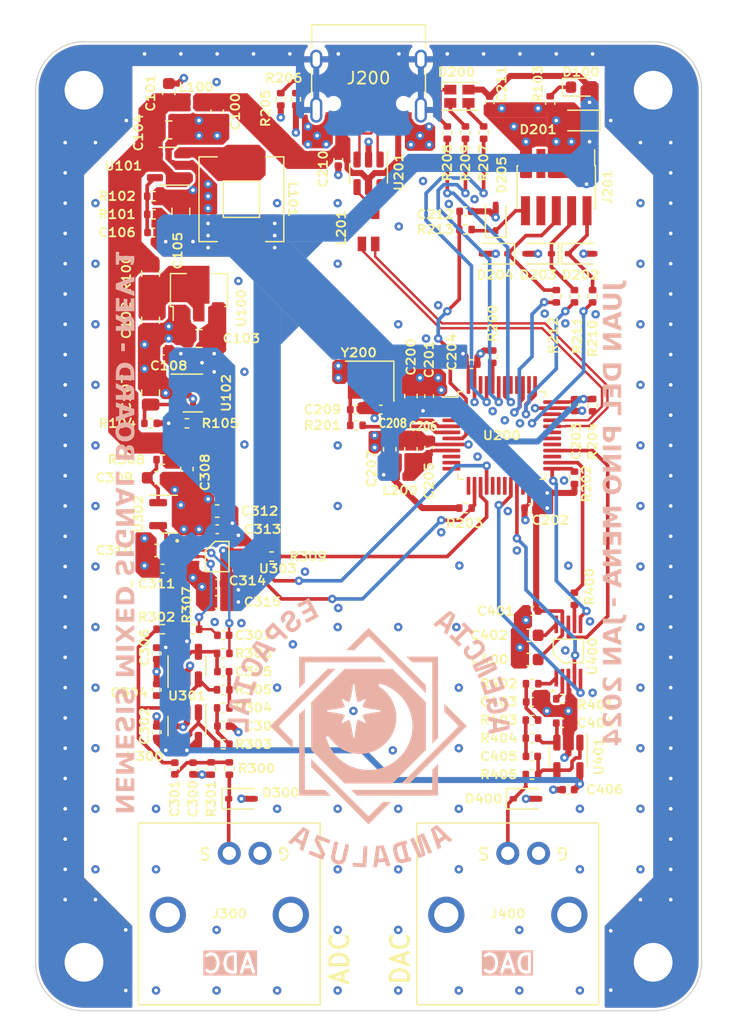
<source format=kicad_pcb>
(kicad_pcb (version 20221018) (generator pcbnew)
  (title_block (title "Mixed-Signal Hardware Design with KiCad - PCB") (date "2023-09-22") (rev "1") (company "Juan Del Pino Mena"))
  (layers (0 "F.Cu" signal) (1 "In1.Cu" power) (2 "In2.Cu" power) (31 "B.Cu" signal) (34 "B.Paste" user) (35 "F.Paste" user) (36 "B.SilkS" user "B.Silkscreen") (37 "F.SilkS" user "F.Silkscreen") (38 "B.Mask" user) (39 "F.Mask" user) (44 "Edge.Cuts" user))
  (net 0 "")
  (net 1 "VBUS")
  (net 2 "GND")
  (net 3 "+5V")
  (net 4 "/Power/+5V_FILT")
  (net 5 "+3.3VA")
  (net 6 "+3V3")
  (net 7 "/Power/BUCK_FB")
  (net 8 "/Power/VREF")
  (net 9 "VDDA")
  (net 10 "/MCU/HSE_IN")
  (net 11 "/MCU/XTAL_IN")
  (net 12 "/MCU/NRST")
  (net 13 "/ADC/IN_RF")
  (net 14 "/ADC/IN_BUF")
  (net 15 "Net-(C303-Pad1)")
  (net 16 "/ADC/IN_AA_BUF_IN")
  (net 17 "Net-(C305-Pad1)")
  (net 18 "/ADC/IN_AA_BUF_OUT")
  (net 19 "/ADC/ADC_IN+")
  (net 20 "/ADC/ADC_IN-")
  (net 21 "/ADC/ADC_VREF_VIN")
  (net 22 "/ADC/ADC_VREF")
  (net 23 "/DAC/DAC_VREF")
  (net 24 "Net-(C403-Pad1)")
  (net 25 "/DAC/OUT_AA_BUF_IN")
  (net 26 "Net-(C405-Pad1)")
  (net 27 "/DAC/OUT_AA_BUF_OUT")
  (net 28 "/Power/LED_PWR_K")
  (net 29 "/MCU/LED_G_K")
  (net 30 "/MCU/LED_R_K")
  (net 31 "/MCU/LED_B_K")
  (net 32 "/MCU/CONN_SWDIO")
  (net 33 "/MCU/CONN_SWCLK")
  (net 34 "/MCU/CONN_SWO")
  (net 35 "/MCU/CONN_NRST")
  (net 36 "/ADC/IN")
  (net 37 "/DAC/OUT")
  (net 38 "/MCU/USB_CONN_CC1")
  (net 39 "/MCU/USB_CONN_D+")
  (net 40 "/MCU/USB_CONN_D-")
  (net 42 "/MCU/USB_CONN_CC2")
  (net 46 "/Power/BUCK_SW")
  (net 47 "/MCU/USB_CMC_D-")
  (net 48 "/MCU/USB_CMC_D+")
  (net 49 "/MCU/USB_D+")
  (net 50 "/MCU/USB_D-")
  (net 51 "/MCU/BOOT0")
  (net 52 "/MCU/HSE_OUT")
  (net 53 "SPI2_NSS")
  (net 54 "SPI1_NSS")
  (net 55 "/MCU/TIM4_CH3")
  (net 56 "/MCU/TIM4_CH1")
  (net 57 "/MCU/TIM4_CH2")
  (net 58 "/MCU/SWDIO")
  (net 59 "/MCU/SWCLK")
  (net 60 "/MCU/SWO")
  (net 61 "/ADC/VCOM")
  (net 62 "/ADC/IN_BUF_OUT")
  (net 63 "SPI1_SCK")
  (net 64 "/ADC/ADC_SCLK")
  (net 65 "SPI2_SCK")
  (net 66 "/DAC/DAC_SCLK")
  (net 67 "/DAC/DAC_OUT_B")
  (net 68 "/DAC/DAC_OUT_A")
  (net 69 "/Power/VCOM")
  (net 77 "SPI1_MISO")
  (net 81 "DAC_NCLR")
  (net 82 "DAC_NLDAC")
  (net 85 "SPI2_MOSI")
  (net 93 "Earth_Protective")
  (footprint "Capacitor_SMD:C_0603_1608Metric" (layer "F.Cu") (at 160.725 99 180)
    (fp_text reference "C402")
    (fp_text value "1u")
  )
  (footprint "Connector_PinHeader_1.27mm:PinHeader_2x05_P1.27mm_Vertical_SMD" (layer "F.Cu") (at 163 62 -90)
    (fp_text reference "J201")
    (fp_text value "2x5 1.27mm")
  )
  (footprint "LED_SMD:LED_0603_1608Metric" (layer "F.Cu") (at 165 53.75)
    (fp_text reference "D100")
    (fp_text value "GREEN")
  )
  (footprint "Diode_SMD:D_SOD-323" (layer "F.Cu") (at 160.5 112.5)
    (fp_text reference "D400")
    (fp_text value "PESD3V3L1BA,115")
  )
  (footprint "Resistor_SMD:R_0402_1005Metric" (layer "F.Cu") (at 161.01 103)
    (fp_text reference "R402")
    (fp_text value "6k8")
  )
  (footprint "Resistor_SMD:R_0402_1005Metric" (layer "F.Cu") (at 132.5 81.5 180)
    (fp_text reference "R105")
    (fp_text value "1k")
  )
  (footprint "Resistor_SMD:R_0402_1005Metric" (layer "F.Cu") (at 129.73 62.75 180)
    (fp_text reference "R102")
    (fp_text value "22k")
  )
  (footprint "PhilsLab_Footprints_KiCad6:AMPHENOL-BNC-031-5640-1010" (layer "F.Cu") (at 136 117 180)
    (fp_text reference "J300")
    (fp_text value "031-5640-1010")
  )
  (footprint "Capacitor_SMD:C_0402_1005Metric" (layer "F.Cu") (at 135 94.75 180)
    (fp_text reference "C314")
    (fp_text value "100n")
  )
  (footprint "Package_TO_SOT_SMD:SOT-23-6" (layer "F.Cu") (at 147.5 60.8625 -90)
    (fp_text reference "U201")
    (fp_text value "USBLC6-2SC6")
  )
  (footprint "PhilsLab_Footprints_KiCad6:MWSA0603S" (layer "F.Cu") (at 137 63 -90)
    (fp_text reference "L101")
    (fp_text value "15u")
  )
  (footprint "MountingHole:MountingHole_3.2mm_M3_ISO7380_Pad" (layer "F.Cu") (at 124 126)
    (fp_text reference "H2" hide)
    (fp_text value "MountingHole_Pad")
  )
  (footprint "Resistor_SMD:R_0402_1005Metric" (layer "F.Cu") (at 141.5 54.75 -90)
    (fp_text reference "R206")
    (fp_text value "5k1")
  )
  (footprint "Capacitor_SMD:C_0603_1608Metric" (layer "F.Cu") (at 135 88.75 180)
    (fp_text reference "C312")
    (fp_text value "10u")
  )
  (footprint "Capacitor_SMD:C_0402_1005Metric" (layer "F.Cu") (at 135.5 99 180)
    (fp_text reference "C307")
    (fp_text value "150p")
  )
  (footprint "Capacitor_SMD:C_0805_2012Metric" (layer "F.Cu") (at 132 64 90)
    (fp_text reference "C105")
    (fp_text value "22u")
  )
  (footprint "Capacitor_SMD:C_0402_1005Metric" (layer "F.Cu") (at 160.98 109)
    (fp_text reference "C405")
    (fp_text value "1n")
  )
  (footprint "Capacitor_SMD:C_0603_1608Metric" (layer "F.Cu") (at 130 86)
    (fp_text reference "C309")
    (fp_text value "10u")
  )
  (footprint "Capacitor_SMD:C_0402_1005Metric" (layer "F.Cu") (at 161.02 97 180)
    (fp_text reference "C401")
    (fp_text value "100n")
  )
  (footprint "Capacitor_SMD:C_0402_1005Metric" (layer "F.Cu") (at 135 90.25 180)
    (fp_text reference "C313")
    (fp_text value "100n")
  )
  (footprint "Capacitor_SMD:C_0805_2012Metric" (layer "F.Cu") (at 129.5 79 90)
    (fp_text reference "C107")
    (fp_text value "22u")
  )
  (footprint "Capacitor_SMD:C_0402_1005Metric" (layer "F.Cu") (at 160.86 88.5 180)
    (fp_text reference "C202")
    (fp_text value "100n")
  )
  (footprint "Resistor_SMD:R_0402_1005Metric" (layer "F.Cu") (at 135.5 103.5)
    (fp_text reference "R305")
    (fp_text value "12k")
  )
  (footprint "Capacitor_SMD:C_0402_1005Metric" (layer "F.Cu") (at 130 107 90)
    (fp_text reference "C302")
    (fp_text value "100n")
  )
  (footprint "Inductor_SMD:L_0402_1005Metric" (layer "F.Cu") (at 150.105 85.87 180)
    (fp_text reference "L200")
    (fp_text value "10n")
  )
  (footprint "Crystal:Crystal_SMD_3225-4Pin_3.2x2.5mm" (layer "F.Cu") (at 147.59 78.02 180)
    (fp_text reference "Y200")
    (fp_text value "16MHz")
  )
  (footprint "PhilsLab_Footprints_KiCad6:AMPHENOL-BNC-031-5640-1010" (layer "F.Cu") (at 159 117 180)
    (fp_text reference "J400")
    (fp_text value "031-5640-1010")
  )
  (footprint "Resistor_SMD:R_0402_1005Metric" (layer "F.Cu") (at 134.5 110 90)
    (fp_text reference "R301")
    (fp_text value "2M2")
  )
  (footprint "Diode_SMD:D_SOD-323" (layer "F.Cu") (at 161.55 67.5 180)
    (fp_text reference "D203")
    (fp_text value "PESD3V3L1BA,115")
  )
  (footprint "Juan_Footprints_Lib:AGA_LOGO" (layer "F.Cu") (at 147.5 106.5)
    (fp_text reference "REF**" hide)
    (fp_text value "AGA_LOGO")
  )
  (footprint "Resistor_SMD:R_0402_1005Metric" (layer "F.Cu") (at 130.5 98.5)
    (fp_text reference "R302")
    (fp_text value "2M2")
  )
  (footprint "Capacitor_SMD:C_0402_1005Metric" (layer "F.Cu") (at 135.5 106.5)
    (fp_text reference "C303")
    (fp_text value "1n")
  )
  (footprint "Capacitor_SMD:C_0402_1005Metric" (layer "F.Cu") (at 155.5 64)
    (fp_text reference "C212")
    (fp_text value "100n")
  )
  (footprint "Package_TO_SOT_SMD:SOT-23-5" (layer "F.Cu") (at 131 60.275 180)
    (fp_text reference "U101")
    (fp_text value "TLV62569DBV")
  )
  (footprint "Resistor_SMD:R_0402_1005Metric" (layer "F.Cu") (at 160.99 107.5 180)
    (fp_text reference "R404")
    (fp_text value "12k")
  )
  (footprint "Resistor_SMD:R_0402_1005Metric" (layer "F.Cu") (at 157 57.5 90)
    (fp_text reference "R207")
    (fp_text value "1k")
  )
  (footprint "Resistor_SMD:R_0402_1005Metric" (layer "F.Cu") (at 154 57.5 90)
    (fp_text reference "R208")
    (fp_text value "1k")
  )
  (footprint "Resistor_SMD:R_0402_1005Metric" (layer "F.Cu") (at 163.51 104.25)
    (fp_text reference "R401")
    (fp_text value "10k")
  )
  (footprint "Juan_Footprints_Lib:USB_C_Receptacle_HRO_TYPE-C-31-M-12" (layer "F.Cu") (at 147.5 52.5 180)
    (fp_text reference "J200")
    (fp_text value "USB_C_Receptacle_USB2.0")
  )
  (footprint "Resistor_SMD:R_0402_1005Metric" (layer "F.Cu") (at 146.5 81.67 180)
    (fp_text reference "R201")
    (fp_text value "0R")
  )
  (footprint "Resistor_SMD:R_0402_1005Metric" (layer "F.Cu") (at 166 71.01 90)
    (fp_text reference "R210")
    (fp_text value "49R9")
  )
  (footprint "Resistor_SMD:R_0402_1005Metric" (layer "F.Cu") (at 164.5 95.99 -90)
    (fp_text reference "R400")
    (fp_text value "0R")
  )
  (footprint "Resistor_SMD:R_0402_1005Metric" (layer "F.Cu") (at 139.5 92.5 180)
    (fp_text reference "R309")
    (fp_text value "0R")
  )
  (footprint "Capacitor_SMD:C_0805_2012Metric" (layer "F.Cu") (at 131 57.275)
    (fp_text reference "C104")
    (fp_text value "22u")
  )
  (footprint "Package_TO_SOT_SMD:SOT-23" (layer "F.Cu") (at 131.0625 89)
    (fp_text reference "U302")
    (fp_text value "REF3033AIDBZT")
  )
  (footprint "Resistor_SMD:R_0402_1005Metric" (layer "F.Cu") (at 136 110 -90)
    (fp_text reference "R300")
    (fp_text value "1k")
  )
  (footprint "Capacitor_SMD:C_0603_1608Metric" (layer "F.Cu") (at 130 92 180)
    (fp_text reference "C310")
    (fp_text value "10u")
  )
  (footprint "Resistor_SMD:R_0402_1005Metric" (layer "F.Cu") (at 135.5 100.5 180)
    (fp_text reference "R306")
    (fp_text value "1k")
  )
  (footprint "Capacitor_SMD:C_0402_1005Metric" (layer "F.Cu") (at 157.5 55 -90)
    (fp_text reference "C211")
    (fp_text value "100n")
  )
  (footprint "Capacitor_SMD:C_0402_1005Metric" (layer "F.Cu") (at 146.47 80.37)
    (fp_text reference "C209")
    (fp_text value "10p")
  )
  (footprint "Package_TO_SOT_SMD:SOT-89-3" (layer "F.Cu") (at 133.5 70.5 90)
    (fp_text reference "U100")
    (fp_text value "HT7533-1")
  )
  (footprint "Capacitor_SMD:C_0402_1005Metric" (layer "F.Cu") (at 152.5 83.5 90)
    (fp_text reference "C205")
    (fp_text value "10n")
  )
  (footprint "Resistor_SMD:R_0402_1005Metric" (layer "F.Cu") (at 155.5 57.5 90)
    (fp_text reference "R209")
    (fp_text value "1k")
  )
  (footprint "Capacitor_SMD:C_0402_1005Metric" (layer "F.Cu") (at 130.5 93.5 180)
    (fp_text reference "C311")
    (fp_text value "100n")
  )
  (footprint "PhilsLab_Footprints_KiCad6:VSSOP-10" (layer "F.Cu") (at 164 100.3)
    (fp_text reference "U400")
    (fp_text value "DAC7563SDGSR")
  )
  (footprint "Package_TO_SOT_SMD:SOT-23-5" (layer "F.Cu") (at 133 79)
    (fp_text reference "U102")
    (fp_text value "MCP6001T-E/OT")
  )
  (footprint "Capacitor_SMD:C_0402_1005Metric" (layer "F.Cu") (at 164 111.75 180)
    (fp_text reference "C406")
    (fp_text value "100n")
  )
  (footprint "Diode_SMD:D_SOD-323" (layer "F.Cu") (at 165 56.5 180)
    (fp_text reference "D201")
    (fp_text value "PESD3V3L1BA,115")
  )
  (footprint "Capacitor_SMD:C_0402_1005Metric" (layer "F.Cu") (at 163.48 106.25)
    (fp_text reference "C404")
    (fp_text value "150p")
  )
  (footprint "Diode_SMD:D_SOD-323" (layer "F.Cu") (at 137 112.5)
    (fp_text reference "D300")
    (fp_text value "PESD3V3L1BA,115")
  )
  (footprint "Resistor_SMD:R_0402_1005Metric" (layer "F.Cu") (at 162.5 55.01 90)
    (fp_text reference "R103")
    (fp_text value "1k")
  )
  (footprint "Package_QFP:LQFP-48_7x7mm_P0.5mm" (layer "F.Cu") (at 158.5 82.5)
    (fp_text reference "U200")
    (fp_text value "STM32F103CBT6")
  )
  (footprint "Package_TO_SOT_SMD:SOT-23-5" (layer "F.Cu") (at 164 109 -90)
    (fp_text reference "U401")
    (fp_text value "MCP6001T-E/OT")
  )
  (footprint "LED_SMD:LED_Cree-PLCC4_2x2mm_CW" (layer "F.Cu") (at 155 54.5)
    (fp_text reference "D200")
    (fp_text value "LED_RGB_E6C1206RGBC3UDA")
  )
  (footprint "Package_TO_SOT_SMD:SOT-23-5" (layer "F.Cu") (at 132.5 101.5 90)
    (fp_text reference "U301")
    (fp_text value "MCP6001T-E/OT")
  )
  (footprint "Resistor_SMD:R_0805_2012Metric" (layer "F.Cu") (at 129.5 69.1375 90)
    (fp_text reference "R100")
    (fp_text value "10R")
  )
  (footprint "Resistor_SMD:R_0402_1005Metric" (layer "F.Cu") (at 135.5 108 180)
    (fp_text reference "R303")
    (fp_text value "6k8")
  )
  (footprint "Capacitor_SMD:C_0402_1005Metric" (layer "F.Cu") (at 131.5 110 -90)
    (fp_text reference "C301")
    (fp_text value "100n")
  )
  (footprint "Diode_SMD:D_SOD-323" (layer "F.Cu") (at 157.95 67.5 180)
    (fp_text reference "D204")
    (fp_text value "PESD3V3L1BA,115")
  )
  (footprint "Capacitor_SMD:C_0402_1005Metric" (layer "F.Cu") (at 129.73 65.75 180)
    (fp_text reference "C106")
    (fp_text value "DNP")
  )
  (footprint "Resistor_SMD:R_0402_1005Metric" (layer "F.Cu") (at 164.5 71.01 90)
    (fp_text reference "R211")
    (fp_text value "49R9")
  )
  (footprint "Capacitor_SMD:C_0402_1005Metric" (layer "F.Cu") (at 130 103.5 90)
    (fp_text reference "C304")
    (fp_text value "150p")
  )
  (footprint "Capacitor_SMD:C_0603_1608Metric" (layer "F.Cu") (at 135 96.25 180)
    (fp_text reference "C315")
    (fp_text value "10u")
  )
  (footprint "Capacitor_SMD:C_0402_1005Metric" (layer "F.Cu") (at 130 100.5 -90)
    (fp_text reference "C306")
    (fp_text value "100n")
  )
  (footprint "Capacitor_SMD:C_0603_1608Metric" (layer "F.Cu") (at 149.25 83.645 90)
    (fp_text reference "C207")
    (fp_text value "1u")
  )
  (footprint "MountingHole:MountingHole_3.2mm_M3_ISO7380_Pad" (layer "F.Cu") (at 124 54)
    (fp_text reference "H4" hide)
    (fp_text value "MountingHole_Pad")
  )
  (footprint "MountingHole:MountingHole_3.2mm_M3_ISO7380_Pad" (layer "F.Cu") (at 171 126)
    (fp_text reference "H3" hide)
    (fp_text value "MountingHole_Pad")
  )
  (footprint "Resistor_SMD:R_0402_1005Metric" (layer "F.Cu") (at 160.99 106)
    (fp_text reference "R403")
    (fp_text value "22k")
  )
  (footprint "Resistor_SMD:R_0402_1005Metric" (layer "F.Cu") (at 135.5 105 180)
    (fp_text reference "R304")
    (fp_text value "22k")
  )
  (footprint "Capacitor_SMD:C_0402_1005Metric" (layer "F.Cu") (at 156 76.62)
    (fp_text reference "C204")
    (fp_text value "100n")
  )
  (footprint "Resistor_SMD:R_0402_1005Metric" (layer "F.Cu") (at 130.5 84.5)
    (fp_text reference "R308")
    (fp_text value "49R9")
  )
  (footprint "Resistor_SMD:R_0402_1005Metric" (layer "F.Cu") (at 129.73 64.25)
    (fp_text reference "R101")
    (fp_text value "100k")
  )
  (footprint "Resistor_SMD:R_0402_1005Metric" (layer "F.Cu") (at 160.99 110.5)
    (fp_text reference "R405")
    (fp_text value "49R9")
  )
  (footprint "Diode_SMD:D_SOD-323" (layer "F.Cu") (at 158 64.55 90)
    (fp_text reference "D205")
    (fp_text value "PESD3V3L1BA,115")
  )
  (footprint "Diode_SMD:D_SOD-323" (layer "F.Cu") (at 165.05 67.5)
    (fp_text reference "D202")
    (fp_text value "PESD3V3L1BA,115")
  )
  (footprint "Package_TO_SOT_SMD:SOT-23-5" (layer "F.Cu") (at 132.5 106.5 -90)
    (fp_text reference "U300")
    (fp_text value "MCP6001T-E/OT")
  )
  (footprint "Capacitor_SMD:C_0603_1608Metric" (layer "F.Cu") (at 151 83.645 90)
    (fp_text reference "C206")
    (fp_text value "1u")
  )
  (footprint "Capacitor_SMD:C_0402_1005Metric" (layer "F.Cu") (at 164.5 80 -90)
    (fp_text reference "C203")
    (fp_text value "100n")
  )
  (footprint "Capacitor_SMD:C_0805_2012Metric" (layer "F.Cu") (at 133.5 74.5 180)
    (fp_text reference "C103")
    (fp_text value "22u")
  )
  (footprint "Resistor_SMD:R_0402_1005Metric" (layer "F.Cu") (at 140.25 54.75 -90)
    (fp_text reference "R205")
    (fp_text value "5k1")
  )
  (footprint "Capacitor_SMD:C_0402_1005Metric" (layer "F.Cu") (at 133 110 -90)
    (fp_text reference "C300")
    (fp_text value "150p")
  )
  (footprint "Capacitor_SMD:C_0402_1005Metric" (layer "F.Cu") (at 130.5 75.5 180)
    (fp_text reference "C108")
    (fp_text value "100n")
  )
  (footprint "Resistor_SMD:R_0402_1005Metric" (layer "F.Cu") (at 155.5 88.5)
    (fp_text reference "R203")
    (fp_text value "10k")
  )
  (footprint "Capacitor_SMD:C_0402_1005Metric" (layer "F.Cu") (at 161 104.5)
    (fp_text reference "C403")
    (fp_text value "1n")
  )
  (footprint "Capacitor_SMD:C_0603_1608Metric" (layer "F.Cu") (at 132.5 85.275 -90)
    (fp_text reference "C308")
    (fp_text value "10u")
  )
  (footprint "Capacitor_SMD:C_0402_1005Metric" (layer "F.Cu") (at 145 59.75 -90)
    (fp_text reference "C210")
    (fp_text value "100n")
  )
  (footprint "Resistor_SMD:R_0402_1005Metric" (layer "F.Cu") (at 129.5 81.5)
    (fp_text reference "R104")
    (fp_text value "1k")
  )
  (footprint "Resistor_SMD:R_0402_1005Metric" (layer "F.Cu") (at 166 80 -90)
    (fp_text reference "R204")
    (fp_text value "1k5")
  )
  (footprint "Capacitor_SMD:C_0603_1608Metric" (layer "F.Cu") (at 135 55.775 -90)
    (fp_text reference "C100")
    (fp_text value "1u")
  )
  (footprint "Capacitor_SMD:C_0603_1608Metric" (layer "F.Cu") (at 151 79.25 90)
    (fp_text reference "C200")
    (fp_text value "10u")
  )
  (footprint "Resistor_SMD:R_0402_1005Metric" (layer "F.Cu") (at 133 98.5 180)
    (fp_text reference "R307")
    (fp_text value "1k")
  )
  (footprint "MountingHole:MountingHole_3.2mm_M3_ISO7380_Pad" (layer "F.Cu") (at 171 54)
    (fp_text reference "H1" hide)
    (fp_text value "MountingHole_Pad")
  )
  (footprint "Resistor_SMD:R_0402_1005Metric" (layer "F.Cu") (at 164.5 86 90)
    (fp_text reference "R202")
    (fp_text value "10k")
  )
  (footprint "Inductor_SMD:L_0402_1005Metric" (layer "F.Cu") (at 133 55 180)
    (fp_text reference "L100")
    (fp_text value "10n")
  )
  (footprint "Resistor_SMD:R_0402_1005Metric" (layer "F.Cu") (at 163 71.01 90)
    (fp_text reference "R212")
    (fp_text value "49R9")
  )
  (footprint "PhilsLab_Footprints_KiCad6:VSSOP-10" (layer "F.Cu") (at 135 92.5 -90)
    (fp_text reference "U303")
    (fp_text value "ADC141S626CIMM_NOPB")
  )
  (footprint "Capacitor_SMD:C_0603_1608Metric" (layer "F.Cu") (at 160.725 101 180)
    (fp_text reference "C400")
    (fp_text value "10u")
  )
  (footprint "Resistor_SMD:R_0402_1005Metric" (layer "F.Cu") (at 157.75 76 90)
    (fp_text reference "R200")
    (fp_text value "10k")
  )
  (footprint "Resistor_SMD:R_0402_1005Metric" (layer "F.Cu") (at 155.5 65.5)
    (fp_text reference "R213")
    (fp_text value "49R9")
  )
  (footprint "Capacitor_SMD:C_0402_1005Metric" (layer "F.Cu") (at 148.51 80.37 180)
    (fp_text reference "C208")
    (fp_text value "10p")
  )
  (footprint "Capacitor_SMD:C_0402_1005Metric" (layer "F.Cu") (at 135.5 102 180)
    (fp_text reference "C305")
    (fp_text value "1n")
  )
  (footprint "Capacitor_SMD:C_0805_2012Metric" (layer "F.Cu") (at 129.5 73 -90)
    (fp_text reference "C102")
    (fp_text value "22u")
  )
  (footprint "Capacitor_SMD:C_0603_1608Metric" (layer "F.Cu") (at 131 54.225 90)
    (fp_text reference "C101")
    (fp_text value "1u")
  )
  (footprint "PhilsLab_Footprints_KiCad6:CMC-1206" (layer "F.Cu") (at 147.5 65.3625 -90)
    (fp_text reference "L201")
    (fp_text value "CMF3216F-900-2P-T")
  )
  (footprint "Capacitor_SMD:C_0402_1005Metric" (layer "F.Cu") (at 152.5 79.25 90)
    (fp_text reference "C201")
    (fp_text value "100n")
  )
  (gr_line (start 128 95) (end 128 94.5) (stroke (width 0.15)) (layer "F.SilkS"))
  (gr_line (start 175 126) (end 175 54) (stroke (width 0.1)) (layer "Edge.Cuts"))
  (gr_arc (start 175 126) (mid 173.828427 128.828427) (end 171 130) (stroke (width 0.1)) (layer "Edge.Cuts"))
  (gr_line (start 171 50) (end 124 50) (stroke (width 0.1)) (layer "Edge.Cuts"))
  (gr_line (start 124 130) (end 171 130) (stroke (width 0.1)) (layer "Edge.Cuts"))
  (gr_arc (start 171 50) (mid 173.828427 51.171573) (end 175 54) (stroke (width 0.1)) (layer "Edge.Cuts"))
  (gr_arc (start 124 130) (mid 121.171573 128.828427) (end 120 126) (stroke (width 0.1)) (layer "Edge.Cuts"))
  (gr_line (start 120 54) (end 120 126) (stroke (width 0.1)) (layer "Edge.Cuts"))
  (gr_arc (start 120 54) (mid 121.171573 51.171573) (end 124 50) (stroke (width 0.1)) (layer "Edge.Cuts"))
  (gr_text "DAC" (at 159 127) (layer "B.SilkS" knockout) (effects (font (size 1.5 1.5) (thickness 0.25) bold) (justify bottom mirror)))
  (gr_text "ADC" (at 136 127) (layer "B.SilkS" knockout) (effects (font (size 1.5 1.5) (thickness 0.25) bold) (justify bottom mirror)))
  (gr_text "NEMESIS MIXED SIGNAL BOARD - REV 1" (at 127.25 90.5 270) (layer "B.SilkS") (effects (font (size 1.5 1.5) (thickness 0.15) bold) (justify mirror)))
  (gr_text "JUAN DEL PINO MENA - JAN 2024" (at 167.75 89 90) (layer "B.SilkS") (effects (font (size 1.5 1.5) (thickness 0.15) bold) (justify mirror)))
  (gr_text "DAC" (at 151 128 90) (layer "F.SilkS") (effects (font (size 1.5 1.5) (thickness 0.25) bold) (justify left bottom)))
  (gr_text "ADC" (at 146 128 90) (layer "F.SilkS") (effects (font (size 1.5 1.5) (thickness 0.25) bold) (justify left bottom)))
  (segment (start 149.95 59.740184) (end 148.852684 60.8375) (width 0.5) (layer "F.Cu") (net 1))
  (segment (start 145 59.27) (end 145.309999 59.27) (width 0.5) (layer "F.Cu") (net 1))
  (segment (start 148.000001 60.8375) (end 147.5 61.337501) (width 0.5) (layer "F.Cu") (net 1))
  (segment (start 146.147316 60.8375) (end 146.902684 60.8375) (width 0.5) (layer "F.Cu") (net 1))
  (segment (start 146.902684 60.8375) (end 147.5 61.434816) (width 0.5) (layer "F.Cu") (net 1))
  (segment (start 145.76 59.720001) (end 145.76 60.450184) (width 0.5) (layer "F.Cu") (net 1))
  (segment (start 145 59.27) (end 145.05 59.22) (width 0.5) (layer "F.Cu") (net 1))
  (segment (start 145.309999 59.27) (end 145.76 59.720001) (width 0.5) (layer "F.Cu") (net 1))
  (segment (start 147.5 61.434816) (end 147.5 62) (width 0.5) (layer "F.Cu") (net 1))
  (segment (start 145.76 60.450184) (end 146.147316 60.8375) (width 0.5) (layer "F.Cu") (net 1))
  (segment (start 149.95 56.545) (end 149.95 59.740184) (width 0.5) (layer "F.Cu") (net 1))
  (segment (start 148.852684 60.8375) (end 148.000001 60.8375) (width 0.5) (layer "F.Cu") (net 1))
  (segment (start 145 56.595) (end 145.05 56.545) (width 0.5) (layer "F.Cu") (net 1))
  (segment (start 147.5 61.337501) (end 147.5 62) (width 0.5) (layer "F.Cu") (net 1))
  (segment (start 133 110.5) (end 133.01 110.51) (width 0.5) (layer "F.Cu") (net 2))
  (segment (start 132.76001 101.714991) (end 132.5 101.975001) (width 0.5) (layer "F.Cu") (net 2))
  (segment (start 157.5 64) (end 155.98 64) (width 0.5) (layer "F.Cu") (net 2))
  (segment (start 154.3375 83.25) (end 155.75 83.25) (width 0.3) (layer "F.Cu") (net 2))
  (segment (start 166.1 67.5) (end 165.25 67.5) (width 0.5) (layer "F.Cu") (net 2))
  (segment (start 162.6625 80.25) (end 161.25 80.25) (width 0.3) (layer "F.Cu") (net 2))
  (segment (start 151.15 83.02) (end 151 82.87) (width 0.3) (layer "F.Cu") (net 2))
  (segment (start 130 105.7) (end 130 106.52) (width 0.5) (layer "F.Cu") (net 2))
  (segment (start 132.999591 79.480444) (end 133.01 79.490853) (width 0.5) (layer "F.Cu") (net 2))
  (segment (start 162.6625 80.25) (end 164.27 80.25) (width 0.3) (layer "F.Cu") (net 2))
  (segment (start 160.38 88.5) (end 160.38 89.43) (width 0.5) (layer "F.Cu") (net 2))
  (segment (start 160.38 89.43) (end 160.45 89.5) (width 0.5) (layer "F.Cu") (net 2))
  (segment (start 133.01 110.51) (end 133.74 110.51) (width 0.5) (layer "F.Cu") (net 2))
  (segment (start 156.25 76.85) (end 156.48 76.62) (width 0.3) (layer "F.Cu") (net 2))
  (segment (start 133.01 79.490853) (end 133.01 81.5) (width 0.5) (layer "F.Cu") (net 2))
  (segment (start 130 100.98) (end 130 102) (width 0.5) (layer "F.Cu") (net 2))
  (segment (start 132.5 106.263941) (end 132.5 105.3625) (width 0.5) (layer "F.Cu") (net 2))
  (segment (start 132.999591 79.480444) (end 132.999591 79.474592) (width 0.5) (layer "F.Cu") (net 2))
  (segment (start 157.01 75.49) (end 156.75 75.75) (width 0.5) (layer "F.Cu") (net 2))
  (segment (start 152.73 83.25) (end 152.5 83.02) (width 0.3) (layer "F.Cu") (net 2))
  (segment (start 161.55 112.5) (end 160.5 112.5) (width 0.5) (layer "F.Cu") (net 2))
  (segment (start 154.3375 83.25) (end 152.73 83.25) (width 0.3) (layer "F.Cu") (net 2))
  (segment (start 160.75 88.13) (end 160.75 86.6625) (width 0.3) (layer "F.Cu") (net 2))
  (segment (start 158 64.5) (end 157.5 64) (width 0.5) (layer "F.Cu") (net 2))
  (segment (start 148.03 81.050707) (end 148.03 80.37) (width 0.5) (layer "F.Cu") (net 2))
  (segment (start 133.75 110.5) (end 133.76 110.51) (width 0.5) (layer "F.Cu") (net 2))
  (segment (start 130 106.52) (end 132.127179 106.52) (width 0.5) (layer "F.Cu") (net 2))
  (segment (start 135.98 106.5) (end 136.25 106.5) (width 0.5) (layer "F.Cu") (net 2))
  (segment (start 148 81.080707) (end 148.03 81.050707) (width 0.5) (layer "F.Cu") (net 2))
  (segment (start 133.74 110.51) (end 133.75 110.5) (width 0.5) (layer "F.Cu") (net 2))
  (segment (start 163.52 111.75) (end 162.75 111.75) (width 0.5) (layer "F.Cu") (net 2))
  (segment (start 160.5 67.5) (end 161.5 67.5) (width 0.5) (layer "F.Cu") (net 2))
  (segment (start 141.5 57.5) (end 141.5 55.26) (width 0.5) (layer "F.Cu") (net 2))
  (segment (start 164 107.8625) (end 164 108.77692) (width 0.5) (layer "F.Cu") (net 2))
  (segment (start 133.76 110.51) (end 134.5 110.51) (width 0.5) (layer "F.Cu") (net 2))
  (segment (start 136.25 106.5) (end 136.75 107) (width 0.5) (layer "F.Cu") (net 2))
  (segment (start 163.96 105.29) (end 164 105.25) (width 0.5) (layer "F.Cu") (net 2))
  (segment (start 132.5 101.975001) (end 132.5 102.6375) (width 0.5) (layer "F.Cu") (net 2))
  (segment (start 132.25 53) (end 131.8 53.45) (width 0.5) (layer "F.Cu") (net 2))
  (segment (start 156.25 78.3375) (end 156.25 76.85) (width 0.3) (layer "F.Cu") (net 2))
  (segment (start 132.999591 79.474592) (end 132.524999 79) (width 0.5) (layer "F.Cu") (net 2))
  (segment (start 145 60.23) (end 145 61) (width 0.5) (layer "F.Cu") (net 2))
  (segment (start 131.8 53.45) (end 131 53.45) (width 0.5) (layer "F.Cu") (net 2))
  (segment (start 130 103.02) (end 130 102) (width 0.5) (layer "F.Cu") (net 2))
  (segment (start 165.13 80.46211) (end 165.11211 80.48) (width 0.5) (layer "F.Cu") (net 2))
  (segment (start 160.38 88.5) (end 160.75 88.13) (width 0.3) (layer "F.Cu") (net 2))
  (segment (start 164 106.29) (end 163.96 106.25) (width 0.5) (layer "F.Cu") (net 2))
  (segment (start 147.5 59.725) (end 147.5 58.25) (width 0.5) (layer "F.Cu") (net 2))
  (segment (start 133 110.48) (end 133 110.5) (width 0.5) (layer "F.Cu") (net 2))
  (segment (start 132.524999 79) (end 131.8625 79) (width 0.5) (layer "F.Cu") (net 2))
  (segment (start 165.11211 80.48) (end 164.5 80.48) (width 0.5) (layer "F.Cu") (net 2))
  (segment (start 132.18556 106.578381) (end 132.5 106.263941) (width 0.5) (layer "F.Cu") (net 2))
  (segment (start 140.25 56.25) (end 140.25 55.26) (width 0.5) (layer "F.Cu") (net 2))
  (segment (start 156.48 76.02) (end 156.75 75.75) (width 0.5) (layer "F.Cu") (net 2))
  (segment (start 157.75 75.49) (end 157.01 75.49) (width 0.5) (layer "F.Cu") (net 2))
  (segment (start 138.05 112.5) (end 137 112.5) (width 0.5) (layer "F.Cu") (net 2))
  (segment (start 156.48 76.62) (end 156.48 76.02) (width 0.5) (layer "F.Cu") (net 2))
  (segment (start 132.76001 101.50625) (end 132.76001 101.714991) (width 0.5) (layer "F.Cu") (net 2))
  (segment (start 164.27 80.25) (end 164.5 80.48) (width 0.3) (layer "F.Cu") (net 2))
  (segment (start 164 108.77692) (end 163.671611 109.105309) (width 0.5) (layer "F.Cu") (net 2))
  (segment (start 132.127179 106.52) (end 132.18556 106.578381) (width 0.5) (layer "F.Cu") (net 2))
  (segment (start 158 64.5) (end 158 63.5) (width 0.5) (layer "F.Cu") (net 2))
  (segment (start 158 67.5) (end 156.9 67.5) (width 0.5) (layer "F.Cu") (net 2))
  (segment (start 156.25 78.3375) (end 156.25 79.75) (width 0.3) (layer "F.Cu") (net 2))
  (via (at 133 62.25) (size 0.7) (drill 0.3) (layers "F.Cu" "B.Cu") (net 2))
  (via (at 134.25 61.75) (size 0.7) (drill 0.3) (layers "F.Cu" "B.Cu") (net 2))
  (via (at 144.95 83.325) (size 0.7) (drill 0.3) (layers "F.Cu" "B.Cu") (net 2))
  (via (at 129 77) (size 0.7) (drill 0.3) (layers "F.Cu" "B.Cu") (net 2))
  (via (at 164.95 118.325) (size 0.7) (drill 0.3) (layers "F.Cu" "B.Cu") (net 2))
  (via (at 134.25 63.75) (size 0.7) (drill 0.3) (layers "F.Cu" "B.Cu") (net 2))
  (via (at 129.95 128.325) (size 0.7) (drill 0.3) (layers "F.Cu" "B.Cu") (net 2))
  (via (at 158.75 81.25) (size 0.7) (drill 0.3) (layers "F.Cu" "B.Cu") (net 2))
  (via (at 169.95 63.325) (size 0.7) (drill 0.3) (layers "F.Cu" "B.Cu") (net 2))
  (via (at 149.5 108.5) (size 0.7) (drill 0.3) (layers "F.Cu" "B.Cu") (net 2))
  (via (at 144.95 98.325) (size 0.7) (drill 0.3) (layers "F.Cu" "B.Cu") (net 2))
  (via (at 132.25 90.25) (size 0.7) (drill 0.3) (layers "F.Cu" "B.Cu") (net 2))
  (via (at 144.95 68.325) (size 0.7) (drill 0.3) (layers "F.Cu" "B.Cu") (net 2))
  (via (at 152.5 57) (size 0.7) (drill 0.3) (layers "F.Cu" "B.Cu") (net 2))
  (via (at 160.5 97.75) (size 0.7) (drill 0.3) (layers "F.Cu" "B.Cu") (net 2))
  (via (at 159 88.75) (size 0.7) (drill 0.3) (layers "F.Cu" "B.Cu") (net 2))
  (via (at 134.791639 97.909481) (size 0.7) (drill 0.3) (layers "F.Cu" "B.Cu") (net 2))
  (via (at 151 58.5) (size 0.7) (drill 0.3) (layers "F.Cu" "B.Cu") (net 2))
  (via (at 164 93.25) (size 0.7) (drill 0.3) (layers "F.Cu" "B.Cu") (net 2))
  (via (at 133.5 57.75) (size 0.7) (drill 0.3) (layers "F.Cu" "B.Cu") (net 2))
  (via (at 139.95 103.325) (size 0.7) (drill 0.3) (layers "F.Cu" "B.Cu") (net 2))
  (via (at 156.75 75.75) (size 0.7) (drill 0.3) (layers "F.Cu" "B.Cu") (net 2))
  (via (at 164 105.25) (size 0.7) (drill 0.3) (layers "F.Cu" "B.Cu") (net 2))
  (via (at 159.5 57) (size 0.7) (drill 0.3) (layers "F.Cu" "B.Cu") (net 2))
  (via (at 133.75 110.5) (size 0.7) (drill 0.3) (layers "F.Cu" "B.Cu") (net 2))
  (via (at 158 64.5) (size 0.7) (drill 0.3) (layers "F.Cu" "B.Cu") (net 2))
  (via (at 153.5 78.75) (size 0.7) (drill 0.3) (layers "F.Cu" "B.Cu") (net 2))
  (via (at 153.5 90.5) (size 0.7) (drill 0.3) (layers "F.Cu" "B.Cu") (net 2))
  (via (at 144.95 63.325) (size 0.7) (drill 0.3) (layers "F.Cu" "B.Cu") (net 2))
  (via (at 154.129304 63.390666) (size 0.7) (drill 0.3) (layers "F.Cu" "B.Cu") (net 2))
  (via (at 124.95 93.325) (size 0.7) (drill 0.3) (layers "F.Cu" "B.Cu") (net 2))
  (via (at 149.95 113.325) (size 0.7) (drill 0.3) (layers "F.Cu" "B.Cu") (net 2))
  (via (at 169.95 83.325) (size 0.7) (drill 0.3) (layers "F.Cu" "B.Cu") (net 2))
  (via (at 139.95 113.325) (size 0.7) (drill 0.3) (layers "F.Cu" "B.Cu") (net 2))
  (via (at 134.95 53.325) (size 0.7) (drill 0.3) (layers "F.Cu" "B.Cu") (net 2))
  (via (at 124.95 108.325) (size 0.7) (drill 0.3) (layers "F.Cu" "B.Cu") (net 2))
  (via (at 124.95 73.325) (size 0.7) (drill 0.3) (layers "F.Cu" "B.Cu") (net 2))
  (via (at 166 103.75) (size 0.7) (drill 0.3) (layers "F.Cu" "B.Cu") (net 2))
  (via (at 165.784606 97.853817) (size 0.7) (drill 0.3) (layers "F.Cu" "B.Cu") (net 2))
  (via (at 135 57.75) (size 0.7) (drill 0.3) (layers "F.Cu" "B.Cu") (net 2))
  (via (at 163.671611 109.105309) (size 0.7) (drill 0.3) (layers "F.Cu" "B.Cu") (net 2))
  (via (at 161.25 80.25) (size 0.7) (drill 0.3) (layers "F.Cu" "B.Cu") (net 2))
  (via (at 169.95 118.325) (size 0.7) (drill 0.3) (layers "F.Cu" "B.Cu") (net 2))
  (via (at 158 67.5) (size 0.7) (drill 0.3) (layers "F.Cu" "B.Cu") (net 2))
  (via (at 148 83.5) (size 0.7) (drill 0.3) (layers "F.Cu" "B.Cu") (net 2))
  (via (at 124.95 63.325) (size 0.7) (drill 0.3) (layers "F.Cu" "B.Cu") (net 2))
  (via (at 144.95 88.325) (size 0.7) (drill 0.3) (layers "F.Cu" "B.Cu") (net 2))
  (via (at 141.5 57.5) (size 0.7) (drill 0.3) (layers "F.Cu" "B.Cu") (net 2))
  (via (at 134.25 87.75) (size 0.7) (drill 0.3) (layers "F.Cu" "B.Cu") (net 2))
  (via (at 132 88.25) (size 0.7) (drill 0.3) (layers "F.Cu" "B.Cu") (net 2))
  (via (at 169.95 73.325) (size 0.7) (drill 0.3) (layers "F.Cu" "B.Cu") (net 2))
  (via (at 152 61.5) (size 0.7) (drill 0.3) (layers "F.Cu" "B.Cu") (net 2))
  (via (at 141.25 99.75) (size 0.7) (drill 0.3) (layers "F.Cu" "B.Cu") (net 2))
  (via (at 139.95 63.325) (size 0.7) (drill 0.3) (layers "F.Cu" "B.Cu") (net 2))
  (via (at 161.5 55.5) (size 0.7) (drill 0.3) (layers "F.Cu" "B.Cu") (net 2))
  (via (at 137.25 77.25) (size 0.7) (drill 0.3) (layers "F.Cu" "B.Cu") (net 2))
  (via (at 169.95 103.325) (size 0.7) (drill 0.3) (layers "F.Cu" "B.Cu") (net 2))
  (via (at 169.95 88.325) (size 0.7) (drill 0.3) (layers "F.Cu" "B.Cu") (net 2))
  (via (at 169.95 113.325) (size 0.7) (drill 0.3) (layers "F.Cu" "B.Cu") (net 2))
  (via (at 160.5 112.5) (size 0.7) (drill 0.3) (layers "F.Cu" "B.Cu") (net 2))
  (via (at 137 98) (size 0.7) (drill 0.3) (layers "F.Cu" "B.Cu") (net 2))
  (via (at 163 58.25) (size 0.7) (drill 0.3) (layers "F.Cu" "B.Cu") (net 2))
  (via (at 145 96.75) (size 0.7) (drill 0.3) (layers "F.Cu" "B.Cu") (net 2))
  (via (at 129 93.25) (size 0.7) (drill 0.3) (layers "F.Cu" "B.Cu") (net 2))
  (via (at 142.25 93.75) (size 0.7) (drill 0.3) (layers "F.Cu" "B.Cu") (net 2))
  (via (at 134.95 128.325) (size 0.7) (drill 0.3) (layers "F.Cu" "B.Cu") (net 2))
  (via (at 159.95 128.325) (size 0.7) (drill 0.3) (layers "F.Cu" "B.Cu") (net 2))
  (via (at 149.95 128.325) (size 0.7) (drill 0.3) (layers "F.Cu" "B.Cu") (net 2))
  (via (at 149.95 118.325) (size 0.7) (drill 0.3) (layers "F.Cu" "B.Cu") (net 2))
  (via (at 132.25 53) (size 0.7) (drill 0.3) (layers "F.Cu" "B.Cu") (net 2))
  (via (at 142.5 58.47) (size 0.7) (drill 0.3) (layers "F.Cu" "B.Cu") (net 2))
  (via (at 124.95 118.325) (size 0.7) (drill 0.3) (layers "F.Cu" "B.Cu") (net 2))
  (via (at 132.76001 101.50625) (size 0.7) (drill 0.3) (layers "F.Cu" "B.Cu") (net 2))
  (via (at 131.5 87) (size 0.7) (drill 0.3) (layers "F.Cu" "B.Cu") (net 2))
  (via (at 164.95 113.325) (size 0.7) (drill 0.3) (layers "F.Cu" "B.Cu") (net 2))
  (via (at 133.75 95) (size 0.7) (drill 0.3) (layers "F.Cu" "B.Cu") (net 2))
  (via (at 155.75 83.25) (size 0.7) (drill 0.3) (layers "F.Cu" "B.Cu") (net 2))
  (via (at 151.75 57.75) (size 0.7) (drill 0.3) (layers "F.Cu" "B.Cu") (net 2))
  (via (at 160 81.5) (size 0.7) (drill 0.3) (layers "F.Cu" "B.Cu") (net 2))
  (via (at 124.95 98.325) (size 0.7) (drill 0.3) (layers "F.Cu" "B.Cu") (net 2))
  (via (at 153.25 77.75) (size 0.7) (drill 0.3) (layers "F.Cu" "B.Cu") (net 2))
  (via (at 160 100) (size 0.7) (drill 0.3) (layers "F.Cu" "B.Cu") (net 2))
  (via (at 163.75 100.25) (size 0.7) (drill 0.3) (layers "F.Cu" "B.Cu") (net 2))
  (via (at 159.75 92) (size 0.7) (drill 0.3) (layers "F.Cu" "B.Cu") (net 2))
  (via (at 145 76.75) (size 0.7) (drill 0.3) (layers "F.Cu" "B.Cu") (net 2))
  (via (at 134.95 123.325) (size 0.7) (drill 0.3) (layers "F.Cu" "B.Cu") (net 2))
  (via (at 164.95 128.325) (size 0.7) (drill 0.3) (layers "F.Cu" "B.Cu") (net 2))
  (via (at 159.95 123.325) (size 0.7) (drill 0.3) (layers "F.Cu" "B.Cu") (net 2))
  (via (at 124.95 103.325) (size 0.7) (drill 0.3) (layers "F.Cu" "B.Cu") (net 2))
  (via (at 129.95 118.325) (size 0.7) (drill 0.3) (layers "F.Cu" "B.Cu") (net 2))
  (via (at 137.25 83.25) (size 0.7) (drill 0.3) (layers "F.Cu" "B.Cu") (net 2))
  (via (at 143.25 57.75) (size 0.7) (drill 0.3) (layers "F.Cu" "B.Cu") (net 2))
  (via (at 140.25 56.25) (size 0.7) (drill 0.3) (layers "F.Cu" "B.Cu") (net 2))
  (via (at 164.25 58.25) (size 0.7) (drill 0.3) (layers "F.Cu" "B.Cu") (net 2))
  (via (at 149.95 73.325) (size 0.7) (drill 0.3) (layers "F.Cu" "B.Cu") (net 2))
  (via (at 145 61) (size 0.7) (drill 0.3) (layers "F.Cu" "B.Cu") (net 2))
  (via (at 166.25 72.5) (size 0.7) (drill 0.3) (layers "F.Cu" "B.Cu") (net 2))
  (via (at 156.5 84.25) (size 0.7) (drill 0.3) (layers "F.Cu" "B.Cu") (net 2))
  (via (at 154.95 113.325) (size 0.7) (drill 0.3) (layers "F.Cu" "B.Cu") (net 2))
  (via (at 129 91) (size 0.7) (drill 0.3) (layers "F.Cu" "B.Cu") (net 2))
  (via (at 133.5 90.25) (size 0.7) (drill 0.3) (layers "F.Cu" "B.Cu") (net 2))
  (via (at 169.95 98.325) (size 0.7) (drill 0.3) (layers "F.Cu" "B.Cu") (net 2))
  (via (at 130 102) (size 0.7) (drill 0.3) (layers "F.Cu" "B.Cu") (net 2))
  (via (at 154.75 98.325) (size 0.7) (drill 0.3) (layers "F.Cu" "B.Cu") (net 2))
  (via (at 124.95 78.325) (size 0.7) (drill 0.3) (layers "F.Cu" "B.Cu") (net 2))
  (via (at 139.95 128.325) (size 0.7) (drill 0.3) (layers "F.Cu" "B.Cu") (net 2))
  (via (at 131 74.5) (size 0.7) (drill 0.3) (layers "F.Cu" "B.Cu") (net 2))
  (via (at 169.95 108.325) (size 0.7) (drill 0.3) (layers "F.Cu" "B.Cu") (net 2))
  (via (at 156.25 79.75) (size 0.7) (drill 0.3) (layers "F.Cu" "B.Cu") (net 2))
  (via (at 142.5 57) (size 0.7) (drill 0.3) (layers "F.Cu" "B.Cu") (net 2))
  (via (at 160.45 89.5) (size 0.7) (drill 0.3) (layers "F.Cu" "B.Cu") (net 2))
  (via (at 124.95 88.325) (size 0.7) (drill 0.3) (layers "F.Cu" "B.Cu") (net 2))
  (via (at 161.5 67.5) (size 0.7) (drill 0.3) (layers "F.Cu" "B.Cu") (net 2))
  (via (at 132.999591 79.480444) (size 0.7) (drill 0.3) (layers "F.Cu" "B.Cu") (net 2))
  (via (at 165.13 80.46211) (size 0.7) (drill 0.3) (layers "F.Cu" "B.Cu") (net 2))
  (via (at 130.75 79) (size 0.7) (drill 0.3) (layers "F.Cu" "B.Cu") (net 2))
  (via (at 151.75 77.75) (size 0.7) (drill 0.3) (layers "F.Cu" "B.Cu") (net 2))
  (via (at 163.75 73.25) (size 0.7) (drill 0.3) (layers "F.Cu" "B.Cu") (net 2))
  (via (at 150 65.25) (size 0.7) (drill 0.3) (layers "F.Cu" "B.Cu") (net 2))
  (via (at 158.5 55.5) (size 0.7) (drill 0.3) (layers "F.Cu" "B.Cu") (net 2))
  (via (at 131 73.5) (size 0.7) (drill 0.3) (layers "F.Cu" "B.Cu") (net 2))
  (via (at 152.25 74.5) (size 0.7) (drill 0.3) (layers "F.Cu" "B.Cu") (net 2))
  (via (at 146.25 105.25) (size 0.7) (drill 0.3) (layers "F.Cu" "B.Cu") (net 2))
  (via (at 133.5 56.5) (size 0.7) (drill 0.3) (layers "F.Cu" "B.Cu") (net 2))
  (via (at 156.25 63) (size 0.7) (drill 0.3) (layers "F.Cu" "B.Cu") (net 2))
  (via (at 130 105.7) (size 0.7) (drill 0.3) (layers "F.Cu" "B.Cu") (net 2))
  (via (at 157.75 80.5) (size 0.7) (drill 0.3) (layers "F.Cu" "B.Cu") (net 2))
  (via (at 155 93.25) (size 0.7) (drill 0.3) (layers "F.Cu" "B.Cu") (net 2))
  (via (at 169.95 78.325) (size 0.7) (drill 0.3) (layers "F.Cu" "B.Cu") (net 2))
  (via (at 144.95 118.325) (size 0.7) (drill 0.3) (layers "F.Cu" "B.Cu") (net 2))
  (via (at 148 81.080707) (size 0.7) (drill 0.3) (layers "F.Cu" "B.Cu") (net 2))
  (via (at 162.23 105.25) (size 0.7) (drill 0.3) (layers "F.Cu" "B.Cu") (net 2))
  (via (at 154.95 103.325) (size 0.7) (drill 0.3) (layers "F.Cu" "B.Cu") (net 2))
  (via (at 124.95 113.325) (size 0.7) (drill 0.3) (layers "F.Cu" "B.Cu") (net 2))
  (via (at 144.95 113.325) (size 0.7) (drill 0.3) (layers "F.Cu" "B.Cu") (net 2))
  (via (at 154.95 118.325) (size 0.7) (drill 0.3) (layers "F.Cu" "B.Cu") (net 2))
  (via (at 144 58.47) (size 0.7) (drill 0.3) (layers "F.Cu" "B.Cu") (net 2))
  (via (at 162.75 111.75) (size 0.7) (drill 0.3) (layers "F.Cu" "B.Cu") (net 2))
  (via (at 144.95 123.325) (size 0.7) (drill 0.3) (layers "F.Cu" "B.Cu") (net 2))
  (via (at 160.5 58.25) (size 0.7) (drill 0.3) (layers "F.Cu" "B.Cu") (net 2))
  (via (at 124.95 68.325) (size 0.7) (drill 0.3) (layers "F.Cu" "B.Cu") (net 2))
  (via (at 163 56.5) (size 0.7) (drill 0.3) (layers "F.Cu" "B.Cu") (net 2))
  (via (at 153.25 71.75) (size 0.7) (drill 0.3) (layers "F.Cu" "B.Cu") (net 2))
  (via (at 169.95 93.325) (size 0.7) (drill 0.3) (layers "F.Cu" "B.Cu") (net 2))
  (via (at 154.95 108.325) (size 0.7) (drill 0.3) (layers "F.Cu" "B.Cu") (net 2))
  (via (at 133 94.25) (size 0.7) (drill 0.3) (layers "F.Cu" "B.Cu") (net 2))
  (via (at 145 77.75) (size 0.7) (drill 0.3) (layers "F.Cu" "B.Cu") (net 2))
  (via (at 154.95 128.325) (size 0.7) (drill 0.3) (layers "F.Cu" "B.Cu") (net 2))
  (via (at 152.5 58.5) (size 0.7) (drill 0.3) (layers "F.Cu" "B.Cu") (net 2))
  (via (at 136.75 107) (size 0.7) (drill 0.3) (layers "F.Cu" "B.Cu") (net 2))
  (via (at 148 82.5) (size 0.7) (drill 0.3) (layers "F.Cu" "B.Cu") (net 2))
  (via (at 147.5 58.25) (size 0.7) (drill 0.3) (layers "F.Cu" "B.Cu") (net 2))
  (via (at 136.75 69.75) (size 0.7) (drill 0.3) (layers "F.Cu" "B.Cu") (net 2))
  (via (at 169.95 68.325) (size 0.7) (drill 0.3) (layers "F.Cu" "B.Cu") (net 2))
  (via (at 149.95 123.325) (size 0.7) (drill 0.3) (layers "F.Cu" "B.Cu") (net 2))
  (via (at 163.646767 86.223238) (size 0.7) (drill 0.3) (layers "F.Cu" "B.Cu") (net 2))
  (via (at 165.25 67.5) (size 0.7) (drill 0.3) (layers "F.Cu" "B.Cu") (net 2))
  (via (at 162.044974 72.444977) (size 0.7) (drill 0.3) (layers "F.Cu" "B.Cu") (net 2))
  (via (at 129.95 113.325) (size 0.7) (drill 0.3) (layers "F.Cu" "B.Cu") (net 2))
  (via (at 149.95 98.325) (size 0.7) (drill 0.3) (layers "F.Cu" "B.Cu") (net 2))
  (via (at 132.18556 106.578381) (size 0.7) (drill 0.3) (layers "F.Cu" "B.Cu") (net 2))
  (via (at 129 75) (size 0.7) (drill 0.3) (layers "F.Cu" "B.Cu") (net 2))
  (via (at 124.95 83.325) (size 0.7) (drill 0.3) (layers "F.Cu" "B.Cu") (net 2))
  (via (at 137 112.5) (size 0.7) (drill 0.3) (layers "F.Cu" "B.Cu") (net 2))
  (via (at 144.95 128.325) (size 0.7) (drill 0.3) (layers "F.Cu" "B.Cu") (net 2))
  (via (at 134.25 62.75) (size 0.7) (drill 0.3) (layers "F.Cu" "B.Cu") (net 2))
  (segment (start 132.515 55) (end 131 55) (width 0.5) (layer "F.Cu") (net 3))
  (segment (start 130.225 57.1) (end 130.05 57.275) (width 0.5) (layer "F.Cu") (net 3))
  (segment (start 130.05 59.1375) (end 129.8625 59.325) (width 0.5) (layer "F.Cu") (net 3))
  (segment (start 129.8625 59.3875) (end 129.8625 59.325) (width 0.5) (layer "F.Cu") (net 3))
  (segment (start 133.5 71.95) (end 133.5 72.3625) (width 0.5) (layer "F.Cu") (net 4))
  (segment (start 130.75 100) (end 130.77 100.02) (width 0.5) (layer "F.Cu") (net 5))
  (segment (start 132.5 108.5) (end 132.5875 108.5) (width 0.5) (layer "F.Cu") (net 5))
  (segment (start 137.2 91.5) (end 136.75 91.5) (width 0.3) (layer "F.Cu") (net 5))
  (segment (start 130 100.02) (end 130.73 100.02) (width 0.5) (layer "F.Cu") (net 5))
  (segment (start 131.6375 100.3625) (end 132.5 99.5) (width 0.5) (layer "F.Cu") (net 5))
  (segment (start 131.2075 100.02) (end 131.55 100.3625) (width 0.5) (layer "F.Cu") (net 5))
  (segment (start 135.48 88.795) (end 135.775 88.5) (width 0.3) (layer "F.Cu") (net 5))
  (segment (start 132.5 108.5875) (end 132.5 108.5) (width 0.5) (layer "F.Cu") (net 5))
  (segment (start 130 107.75) (end 130 107.48) (width 0.5) (layer "F.Cu") (net 5))
  (segment (start 132.3375 108.75) (end 132.5 108.5875) (width 0.5) (layer "F.Cu") (net 5))
  (segment (start 131 108.75) (end 132.3375 108.75) (width 0.5) (layer "F.Cu") (net 5))
  (segment (start 164.95 111.28) (end 164.95 110.1375) (width 0.5) (layer "F.Cu") (net 5))
  (segment (start 131.55 100.3625) (end 131.6375 100.3625) (width 0.5) (layer "F.Cu") (net 5))
  (segment (start 130.73 100.02) (end 130.75 100) (width 0.5) (layer "F.Cu") (net 5))
  (segment (start 130.75 108.5) (end 131 108.75) (width 0.5) (layer "F.Cu") (net 5))
  (segment (start 130.77 100.02) (end 131.2075 100.02) (width 0.5) (layer "F.Cu") (net 5))
  (segment (start 164.48 111.75) (end 164.95 111.28) (width 0.5) (layer "F.Cu") (net 5))
  (segment (start 130.75 108.5) (end 130 107.75) (width 0.5) (layer "F.Cu") (net 5))
  (segment (start 132.5875 108.5) (end 133.45 107.6375) (width 0.5) (layer "F.Cu") (net 5))
  (segment (start 130.01 81.5) (end 131 81.5) (width 0.5) (layer "F.Cu") (net 5))
  (via (at 130.75 108.5) (size 0.7) (drill 0.3) (layers "F.Cu" "B.Cu") (net 5))
  (via (at 133.75 76.5) (size 0.7) (drill 0.3) (layers "F.Cu" "B.Cu") (net 5))
  (via (at 164.95 111.28) (size 0.7) (drill 0.3) (layers "F.Cu" "B.Cu") (net 5))
  (via (at 132 75.75) (size 0.7) (drill 0.3) (layers "F.Cu" "B.Cu") (net 5))
  (via (at 132.5 108.5) (size 0.7) (drill 0.3) (layers "F.Cu" "B.Cu") (net 5))
  (via (at 134.75 77.25) (size 0.7) (drill 0.3) (layers "F.Cu" "B.Cu") (net 5))
  (via (at 136.25 89.75) (size 0.7) (drill 0.3) (layers "F.Cu" "B.Cu") (net 5))
  (via (at 132.5 99.5) (size 0.7) (drill 0.3) (layers "F.Cu" "B.Cu") (net 5))
  (via (at 136.75 90.75) (size 0.7) (drill 0.3) (layers "F.Cu" "B.Cu") (net 5))
  (via (at 134.75 75.75) (size 0.7) (drill 0.3) (layers "F.Cu" "B.Cu") (net 5))
  (via (at 131 81.5) (size 0.7) (drill 0.3) (layers "F.Cu" "B.Cu") (net 5))
  (via (at 130.75 100) (size 0.7) (drill 0.3) (layers "F.Cu" "B.Cu") (net 5))
  (segment (start 149.45 110.95) (end 147 108.5) (width 0.5) (layer "B.Cu") (net 5))
  (segment (start 164.95 111.28) (end 164.62 110.95) (width 0.5) (layer "B.Cu") (net 5))
  (segment (start 147 108.5) (end 132.5 108.5) (width 0.5) (layer "B.Cu") (net 5))
  (segment (start 164.62 110.95) (end 149.45 110.95) (width 0.5) (layer "B.Cu") (net 5))
  (segment (start 161.5 101) (end 163.5 99) (width 0.3) (layer "F.Cu") (net 6))
  (segment (start 165.25 79.5) (end 165.23 79.52) (width 0.5) (layer "F.Cu") (net 6))
  (segment (start 161.25 88.41) (end 161.25 86.6625) (width 0.3) (layer "F.Cu") (net 6))
  (segment (start 161.34 96.84) (end 161.5 97) (width 0.5) (layer "F.Cu") (net 6))
  (segment (start 155.3 75.75) (end 155.52 75.97) (width 0.5) (layer "F.Cu") (net 6))
  (segment (start 164.5 87.25) (end 162.25 87.25) (width 0.5) (layer "F.Cu") (net 6))
  (segment (start 163.5 99) (end 163.5 98.1) (width 0.3) (layer "F.Cu") (net 6))
  (segment (start 162.6625 79.75) (end 164.27 79.75) (width 0.3) (layer "F.Cu") (net 6))
  (segment (start 163.475 97) (end 161.5 97) (width 0.3) (layer "F.Cu") (net 6))
  (segment (start 161.34 88.5) (end 161.34 96.84) (width 0.5) (layer "F.Cu") (net 6))
  (segment (start 165.75 53.7125) (end 164.8625 52.825) (width 0.5) (layer "F.Cu") (net 6))
  (segment (start 164.5 86.51) (end 164.5 87.25) (width 0.5) (layer "F.Cu") (net 6))
  (segment (start 154.3375 79.75) (end 152.52 79.75) (width 0.3) (layer "F.Cu") (net 6))
  (segment (start 164.27 79.75) (end 164.5 79.52) (width 0.3) (layer "F.Cu") (net 6))
  (segment (start 135.775 96.25) (end 135.48 95.955) (width 0.3) (layer "F.Cu") (net 6))
  (segment (start 154 88.5) (end 151.930001 88.5) (width 0.5) (layer "F.Cu") (net 6))
  (segment (start 149.62 86.189999) (end 149.62 85.87) (width 0.5) (layer "F.Cu") (net 6))
  (segment (start 165.5 60.09) (end 165.54 60.05) (width 0.5) (layer "F.Cu") (net 6))
  (segment (start 155.75 78.3375) (end 155.75 76.85) (width 0.3) (layer "F.Cu") (net 6))
  (segment (start 165.5 61.75) (end 165.5 60.09) (width 0.5) (layer "F.Cu") (net 6))
  (segment (start 151.930001 88.5) (end 149.62 86.189999) (width 0.5) (layer "F.Cu") (net 6))
  (segment (start 165.23 79.52) (end 164.5 79.52) (width 0.5) (layer "F.Cu") (net 6))
  (segment (start 155.52 75.97) (end 155.52 76.62) (width 0.5) (layer "F.Cu") (net 6))
  (segment (start 135.775 96.5) (end 135.775 96.25) (width 0.3) (layer "F.Cu") (net 6))
  (segment (start 154.99 88.5) (end 154 88.5) (width 0.5) (layer "F.Cu") (net 6))
  (segment (start 164.8625 52.825) (end 159.195 52.825) (width 0.5) (layer "F.Cu") (net 6))
  (segment (start 155.75 76.85) (end 155.52 76.62) (width 0.3) (layer "F.Cu") (net 6))
  (segment (start 152.52 79.75) (end 152.5 79.73) (width 0.3) (layer "F.Cu") (net 6))
  (segment (start 161.34 88.5) (end 161.25 88.41) (width 0.3) (layer "F.Cu") (net 6))
  (segment (start 156.93 53.95) (end 157.5 54.52) (width 0.5) (layer "F.Cu") (net 6))
  (segment (start 165.27 79.52) (end 165.97 79.52) (width 0.5) (layer "F.Cu") (net 6))
  (segment (start 163.5 97.025) (end 163.475 97) (width 0.3) (layer "F.Cu") (net 6))
  (segment (start 165.25 79.5) (end 165.27 79.52) (width 0.5) (layer "F.Cu") (net 6))
  (segment (start 161.34 88.34) (end 161.25 88.25) (width 0.3) (layer "F.Cu") (net 6))
  (segment (start 165.97 79.52) (end 166 79.49) (width 0.5) (layer "F.Cu") (net 6))
  (segment (start 161.34 88.5) (end 161.34 88.34) (width 0.3) (layer "F.Cu") (net 6))
  (segment (start 155.75 53.95) (end 156.93 53.95) (width 0.5) (layer "F.Cu") (net 6))
  (segment (start 159.195 52.825) (end 157.5 54.52) (width 0.5) (layer "F.Cu") (net 6))
  (segment (start 161.25 88.25) (end 161.25 86.6625) (width 0.3) (layer "F.Cu") (net 6))
  (segment (start 163.5 98.1) (end 163.5 97.025) (width 0.3) (layer "F.Cu") (net 6))
  (via (at 136.75 95.25) (size 0.7) (drill 0.3) (layers "F.Cu" "B.Cu") (net 6))
  (via (at 165.5 61.75) (size 0.7) (drill 0.3) (layers "F.Cu" "B.Cu") (net 6))
  (via (at 165.75 58.25) (size 0.7) (drill 0.3) (layers "F.Cu" "B.Cu") (net 6))
  (via (at 148.75 85.75) (size 0.7) (drill 0.3) (layers "F.Cu" "B.Cu") (net 6))
  (via (at 162.25 87.25) (size 0.7) (drill 0.3) (layers "F.Cu" "B.Cu") (net 6))
  (via (at 152 80.47) (size 0.7) (drill 0.3) (layers "F.Cu" "B.Cu") (net 6))
  (via (at 139.75 67) (size 0.7) (drill 0.3) (layers "F.Cu" "B.Cu") (net 6))
  (via (at 134.25 65) (size 0.7) (drill 0.3) (layers "F.Cu" "B.Cu") (net 6))
  (via (at 139.75 66) (size 0.7) (drill 0.3) (layers "F.Cu" "B.Cu") (net 6))
  (via (at 134.25 67) (size 0.7) (drill 0.3) (layers "F.Cu" "B.Cu") (net 6))
  (via (at 133 66.5) (size 0.7) (drill 0.3) (layers "F.Cu" "B.Cu") (net 6))
  (via (at 165.75 55) (size 0.7) (drill 0.3) (layers "F.Cu" "B.Cu") (net 6))
  (via (at 134.25 66) (size 0.7) (drill 0.3) (layers "F.Cu" "B.Cu") (net 6))
  (via (at 162.25 88.5) (size 0.7) (drill 0.3) (layers "F.Cu" "B.Cu") (net 6))
  (via (at 165.25 79.5) (size 0.7) (drill 0.3) (layers "F.Cu" "B.Cu") (net 6))
  (via (at 135.5 92) (size 0.7) (drill 0.3) (layers "F.Cu" "B.Cu") (net 6))
  (via (at 136.75 96.25) (size 0.7) (drill 0.3) (layers "F.Cu" "B.Cu") (net 6))
  (via (at 130.75 66.5) (size 0.7) (drill 0.3) (layers "F.Cu" "B.Cu") (net 6))
  (via (at 155.3 75.75) (size 0.7) (drill 0.3) (layers "F.Cu" "B.Cu") (net 6))
  (via (at 139.75 65) (size 0.7) (drill 0.3) (layers "F.Cu" "B.Cu") (net 6))
  (segment (start 165.25 79.5) (end 164.960739 79.5) (width 0.5) (layer "B.Cu") (net 6))
  (segment (start 164.960739 79.5) (end 161.460739 83) (width 0.5) (layer "B.Cu") (net 6))
  (segment (start 158.25 83) (end 155.72 80.47) (width 0.5) (layer "B.Cu") (net 6))
  (segment (start 161.460739 83) (end 158.25 83) (width 0.5) (layer "B.Cu") (net 6))
  (segment (start 155.72 80.47) (end 152 80.47) (width 0.5) (layer "B.Cu") (net 6))
  (segment (start 129.22 61.8675) (end 129.22 62.75) (width 0.3) (layer "F.Cu") (net 7))
  (segment (start 129.8625 61.225) (end 129.22 61.8675) (width 0.3) (layer "F.Cu") (net 7))
  (segment (start 129.22 65.72) (end 129.25 65.75) (width 0.3) (layer "F.Cu") (net 7))
  (segment (start 129.22 62.75) (end 129.22 65.72) (width 0.3) (layer "F.Cu") (net 7))
  (segment (start 131.99 81.5) (end 131.99 80.0775) (width 0.3) (layer "F.Cu") (net 8))
  (segment (start 131.99 80.0775) (end 131.8625 79.95) (width 0.3) (layer "F.Cu") (net 8))
  (segment (start 129 81.5) (end 129 80.45) (width 0.3) (layer "F.Cu") (net 8))
  (segment (start 131.8625 79.95) (end 129.5 79.95) (width 0.3) (layer "F.Cu") (net 8))
  (segment (start 129 80.45) (end 129.5 79.95) (width 0.3) (layer "F.Cu") (net 8))
  (segment (start 128.99 81.5) (end 129 81.5) (width 0.5) (layer "F.Cu") (net 8))
  (segment (start 152.73 83.75) (end 152.5 83.98) (width 0.3) (layer "F.Cu") (net 9))
  (segment (start 154.3375 83.75) (end 152.73 83.75) (width 0.3) (layer "F.Cu") (net 9))
  (segment (start 152.750001 81.25) (end 153.25 81.75) (width 0.3) (layer "F.Cu") (net 10))
  (segment (start 150 81.25) (end 152.750001 81.25) (width 0.3) (layer "F.Cu") (net 10))
  (segment (start 149.79 77.97) (end 149.79 81.04) (width 0.3) (layer "F.Cu") (net 10))
  (segment (start 148.69 77.17) (end 148.99 77.17) (width 0.3) (layer "F.Cu") (net 10))
  (segment (start 153.25 81.75) (end 154.3375 81.75) (width 0.3) (layer "F.Cu") (net 10))
  (segment (start 149.7 80.37) (end 148.99 80.37) (width 0.3) (layer "F.Cu") (net 10))
  (segment (start 148.99 77.17) (end 149.79 77.97) (width 0.3) (layer "F.Cu") (net 10))
  (segment (start 154.3375 81.75) (end 154.5 81.75) (width 0.3) (layer "F.Cu") (net 10))
  (segment (start 149.79 81.04) (end 150 81.25) (width 0.3) (layer "F.Cu") (net 10))
  (segment (start 145.99 81.67) (end 145.99 80.37) (width 0.3) (layer "F.Cu") (net 11))
  (segment (start 145.99 79.37) (end 145.99 80.37) (width 0.3) (layer "F.Cu") (net 11))
  (segment (start 146.49 78.87) (end 145.99 79.37) (width 0.3) (layer "F.Cu") (net 11))
  (segment (start 154.89 65.6) (end 154.99 65.5) (width 0.3) (layer "F.Cu") (net 12))
  (segment (start 154.25 78.17812) (end 154.25 75.5) (width 0.3) (layer "F.Cu") (net 12))
  (segment (start 154.99 71.26) (end 154 72.25) (width 0.3) (layer "F.Cu") (net 12))
  (segment (start 154.3375 82.75) (end 155.25 82.75) (width 0.3) (layer "F.Cu") (net 12))
  (segment (start 154.99 65.5) (end 154.99 71.26) (width 0.3) (layer "F.Cu") (net 12))
  (segment (start 154.25 75.5) (end 153.25 74.5) (width 0.3) (layer "F.Cu") (net 12))
  (segment (start 155.55 79.47812) (end 154.25 78.17812) (width 0.3) (layer "F.Cu") (net 12))
  (segment (start 155.25 82.75) (end 155.55 82.45) (width 0.3) (layer "F.Cu") (net 12))
  (segment (start 154.99 64.03) (end 155.02 64) (width 0.3) (layer "F.Cu") (net 12))
  (segment (start 154.99 65.5) (end 154.99 64.03) (width 0.3) (layer "F.Cu") (net 12))
  (segment (start 155.55 82.45) (end 155.55 79.47812) (width 0.3) (layer "F.Cu") (net 12))
  (via (at 153.25 74.5) (size 0.7) (drill 0.3) (layers "F.Cu" "B.Cu") (net 12))
  (via (at 154 72.25) (size 0.7) (drill 0.3) (layers "F.Cu" "B.Cu") (net 12))
  (segment (start 153.25 74.5) (end 153.25 73) (width 0.3) (layer "B.Cu") (net 12))
  (segment (start 153.25 73) (end 154 72.25) (width 0.3) (layer "B.Cu") (net 12))
  (segment (start 132.506846 109.52) (end 133 109.52) (width 0.3) (layer "F.Cu") (net 13))
  (segment (start 133 109.52) (end 134.47 109.52) (width 0.3) (layer "F.Cu") (net 13))
  (segment (start 134.5 109.49) (end 136 109.49) (width 0.3) (layer "F.Cu") (net 13))
  (segment (start 134.47 109.52) (end 134.5 109.49) (width 0.3) (layer "F.Cu") (net 13))
  (segment (start 131.5 110.48) (end 131.546846 110.48) (width 0.3) (layer "F.Cu") (net 13))
  (segment (start 131.546846 110.48) (end 132.506846 109.52) (width 0.3) (layer "F.Cu") (net 13))
  (segment (start 128.75 105) (end 128.5 105.25) (width 0.3) (layer "F.Cu") (net 14))
  (segment (start 131.1875 105) (end 128.75 105) (width 0.3) (layer "F.Cu") (net 14))
  (segment (start 128.5 99.99) (end 128.5 105.513154) (width 0.3) (layer "F.Cu") (net 14))
  (segment (start 128.5 105.513154) (end 128.5 107.5) (width 0.3) (layer "F.Cu") (net 14))
  (segment (start 129.99 98.5) (end 128.5 99.99) (width 0.3) (layer "F.Cu") (net 14))
  (segment (start 128.5 107.5) (end 130.52 109.52) (width 0.3) (layer "F.Cu") (net 14))
  (segment (start 130.52 109.52) (end 131.5 109.52) (width 0.3) (layer "F.Cu") (net 14))
  (segment (start 131.55 105.3625) (end 131.1875 105) (width 0.3) (layer "F.Cu") (net 14))
  (segment (start 135.02 107.01) (end 136.01 108) (width 0.3) (layer "F.Cu") (net 15))
  (segment (start 134.99 105) (end 134.99 106.47) (width 0.3) (layer "F.Cu") (net 15))
  (segment (start 135.02 106.5) (end 135.02 107.01) (width 0.3) (layer "F.Cu") (net 15))
  (segment (start 134.99 106.47) (end 135.02 106.5) (width 0.3) (layer "F.Cu") (net 15))
  (segment (start 134.3125 103.5) (end 133.45 102.6375) (width 0.3) (layer "F.Cu") (net 16))
  (segment (start 132.861262 103.65) (end 133.45 103.061262) (width 0.3) (layer "F.Cu") (net 16))
  (segment (start 134.99 103.5) (end 134.3125 103.5) (width 0.3) (layer "F.Cu") (net 16))
  (segment (start 132.5 104) (end 132.85 103.65) (width 0.3) (layer "F.Cu") (net 16))
  (segment (start 133.45 103.061262) (end 133.45 102.6375) (width 0.3) (layer "F.Cu") (net 16))
  (segment (start 129.98 104) (end 132.5 104) (width 0.3) (layer "F.Cu") (net 16))
  (segment (start 132.85 103.65) (end 132.861262 103.65) (width 0.3) (layer "F.Cu") (net 16))
  (segment (start 135.98 103.47) (end 136.01 103.5) (width 0.3) (layer "F.Cu") (net 17))
  (segment (start 136.01 103.5) (end 136.01 105) (width 0.3) (layer "F.Cu") (net 17))
  (segment (start 135.98 102) (end 135.98 103.47) (width 0.3) (layer "F.Cu") (net 17))
  (segment (start 134.8525 100.3625) (end 134.99 100.5) (width 0.3) (layer "F.Cu") (net 18))
  (segment (start 134.99 101.97) (end 135.02 102) (width 0.3) (layer "F.Cu") (net 18))
  (segment (start 133.45 100.3625) (end 134.8525 100.3625) (width 0.3) (layer "F.Cu") (net 18))
  (segment (start 131.911262 101.375) (end 131.875 101.375) (width 0.3) (layer "F.Cu") (net 18))
  (segment (start 133.45 100.3625) (end 132.8875 100.3625) (width 0.3) (layer "F.Cu") (net 18))
  (segment (start 132.2 101.05) (end 132.2 101.086262) (width 0.3) (layer "F.Cu") (net 18))
  (segment (start 131.55 101.7) (end 131.55 102.6375) (width 0.3) (layer "F.Cu") (net 18))
  (segment (start 132.2 101.086262) (end 131.911262 101.375) (width 0.3) (layer "F.Cu") (net 18))
  (segment (start 134.99 100.5) (end 134.99 101.97) (width 0.3) (layer "F.Cu") (net 18))
  (segment (start 131.875 101.375) (end 131.55 101.7) (width 0.3) (layer "F.Cu") (net 18))
  (segment (start 132.8875 100.3625) (end 132.2 101.05) (width 0.3) (layer "F.Cu") (net 18))
  (segment (start 135.98 98.02) (end 136 98) (width 0.2) (layer "F.Cu") (net 19))
  (segment (start 136.01 99.03) (end 135.98 99) (width 0.2) (layer "F.Cu") (net 19))
  (segment (start 135.98 99) (end 135.98 98.02) (width 0.2) (layer "F.Cu") (net 19))
  (segment (start 134.311824 92) (end 132.8 92) (width 0.2) (layer "F.Cu") (net 19))
  (segment (start 135.98 99) (end 136 98.98) (width 0.2) (layer "F.Cu") (net 19))
  (segment (start 134.516662 92.204838) (end 134.311824 92) (width 0.2) (layer "F.Cu") (net 19))
  (segment (start 136.01 100.5) (end 136.01 99.03) (width 0.2) (layer "F.Cu") (net 19))
  (via (at 134.516662 92.204838) (size 0.7) (drill 0.3) (layers "F.Cu" "B.Cu") (net 19))
  (via (at 136 98) (size 0.7) (drill 0.3) (layers "F.Cu" "B.Cu") (net 19))
  (segment (start 134.535599 92.204838) (end 136 93.669239) (width 0.2) (layer "B.Cu") (net 19))
  (segment (start 134.516662 92.204838) (end 134.535599 92.204838) (width 0.2) (layer "B.Cu") (net 19))
  (segment (start 136 93.669239) (end 136 98) (width 0.2) (layer "B.Cu") (net 19))
  (segment (start 134.46381 93.103288) (end 133.860522 92.5) (width 0.2) (layer "F.Cu") (net 20))
  (segment (start 133.5 97.5) (end 133.5 98.49) (width 0.2) (layer "F.Cu") (net 20))
  (segment (start 134.52 98.5) (end 135.02 99) (width 0.2) (layer "F.Cu") (net 20))
  (segment (start 133.860522 92.5) (end 132.8 92.5) (width 0.2) (layer "F.Cu") (net 20))
  (segment (start 133.5 98.49) (end 133.51 98.5) (width 0.2) (layer "F.Cu") (net 20))
  (segment (start 133.51 98.5) (end 134.52 98.5) (width 0.2) (layer "F.Cu") (net 20))
  (via (at 134.46381 93.103288) (size 0.7) (drill 0.3) (layers "F.Cu" "B.Cu") (net 20))
  (via (at 133.5 97.5) (size 0.7) (drill 0.3) (layers "F.Cu" "B.Cu") (net 20))
  (segment (start 134.46381 93.103288) (end 134.5 93.139478) (width 0.2) (layer "B.Cu") (net 20))
  (segment (start 134.5 93.139478) (end 134.5 96.5) (width 0.2) (layer "B.Cu") (net 20))
  (segment (start 134.5 96.5) (end 133.5 97.5) (width 0.2) (layer "B.Cu") (net 20))
  (segment (start 130.125 88.05) (end 130.125 86.9) (width 0.3) (layer "F.Cu") (net 21))
  (segment (start 130.125 86.9) (end 129.225 86) (width 0.3) (layer "F.Cu") (net 21))
  (segment (start 129.99 84.5) (end 129.99 85.235) (width 0.3) (layer "F.Cu") (net 21))
  (segment (start 129.99 85.235) (end 129.225 86) (width 0.3) (layer "F.Cu") (net 21))
  (segment (start 130.98 92.205) (end 130.775 92) (width 0.3) (layer "F.Cu") (net 22))
  (segment (start 130.775 90.6) (end 130.125 89.95) (width 0.3) (layer "F.Cu") (net 22))
  (segment (start 130.98 93.5) (end 130.98 92.205) (width 0.3) (layer "F.Cu") (net 22))
  (segment (start 130.775 92) (end 130.775 90.6) (width 0.3) (layer "F.Cu") (net 22))
  (segment (start 130.775 92) (end 131.275 91.5) (width 0.3) (layer "F.Cu") (net 22))
  (segment (start 131.275 91.5) (end 132.8 91.5) (width 0.3) (layer "F.Cu") (net 22))
  (segment (start 162.1 99) (end 163 98.1) (width 0.3) (layer "F.Cu") (net 23))
  (segment (start 161.5 99) (end 162.1 99) (width 0.3) (layer "F.Cu") (net 23))
  (segment (start 160.52 103.02) (end 160.5 103) (width 0.3) (layer "F.Cu") (net 24))
  (segment (start 160.52 105.02) (end 160.52 104.5) (width 0.3) (layer "F.Cu") (net 24))
  (segment (start 160.52 104.5) (end 160.52 103.02) (width 0.3) (layer "F.Cu") (net 24))
  (segment (start 161.5 106) (end 160.52 105.02) (width 0.3) (layer "F.Cu") (net 24))
  (segment (start 161.8625 107.8625) (end 161.5 107.5) (width 0.3) (layer "F.Cu") (net 25))
  (segment (start 163.05 107.8625) (end 161.8625 107.8625) (width 0.3) (layer "F.Cu") (net 25))
  (segment (start 163.05 106.3) (end 163 106.25) (width 0.3) (layer "F.Cu") (net 25))
  (segment (start 163.05 107.8625) (end 163.05 106.3) (width 0.3) (layer "F.Cu") (net 25))
  (segment (start 160.48 107.5) (end 160.48 106) (width 0.3) (layer "F.Cu") (net 26))
  (segment (start 160.5 109) (end 160.5 107.52) (width 0.3) (layer "F.Cu") (net 26))
  (segment (start 160.5 107.52) (end 160.48 107.5) (width 0.3) (layer "F.Cu") (net 26))
  (segment (start 164.95 109.125) (end 164.95 107.8625) (width 0.3) (layer "F.Cu") (net 27))
  (segment (start 161.5 110.5) (end 161.5 109.04) (width 0.3) (layer "F.Cu") (net 27))
  (segment (start 164.588738 109.125) (end 164.95 109.125) (width 0.3) (layer "F.Cu") (net 27))
  (segment (start 161.8625 110.1375) (end 161.5 110.5) (width 0.3) (layer "F.Cu") (net 27))
  (segment (start 161.5 109.04) (end 161.46 109) (width 0.3) (layer "F.Cu") (net 27))
  (segment (start 164.1125 110.1375) (end 164.3 109.95) (width 0.3) (layer "F.Cu") (net 27))
  (segment (start 164.3 109.95) (end 164.3 109.413738) (width 0.3) (layer "F.Cu") (net 27))
  (segment (start 164.3 109.413738) (end 164.588738 109.125) (width 0.3) (layer "F.Cu") (net 27))
  (segment (start 163.05 110.1375) (end 161.8625 110.1375) (width 0.3) (layer "F.Cu") (net 27))
  (segment (start 163.05 110.1375) (end 164.1125 110.1375) (width 0.3) (layer "F.Cu") (net 27))
  (segment (start 163.25 53.75) (end 162.5 54.5) (width 0.3) (layer "F.Cu") (net 28))
  (segment (start 164.2125 53.75) (end 163.25 53.75) (width 0.3) (layer "F.Cu") (net 28))
  (segment (start 153.4 56.39) (end 153.4 54) (width 0.3) (layer "F.Cu") (net 29))
  (segment (start 154 56.99) (end 153.4 56.39) (width 0.3) (layer "F.Cu") (net 29))
  (segment (start 153.45 53.95) (end 154.25 53.95) (width 0.3) (layer "F.Cu") (net 29))
  (segment (start 153.4 54) (end 153.45 53.95) (width 0.3) (layer "F.Cu") (net 29))
  (segment (start 155.75 55.05) (end 155.75 55.74) (width 0.3) (layer "F.Cu") (net 30))
  (segment (start 155.75 55.74) (end 157 56.99) (width 0.3) (layer "F.Cu") (net 30))
  (segment (start 154.25 55.74) (end 155.5 56.99) (width 0.3) (layer "F.Cu") (net 31))
  (segment (start 154.25 55.05) (end 154.25 55.74) (width 0.3) (layer "F.Cu") (net 31))
  (segment (start 166 69.5) (end 164 67.5) (width 0.3) (layer "F.Cu") (net 32))
  (segment (start 165.54 65.96) (end 165.54 63.95) (width 0.3) (layer "F.Cu") (net 32))
  (segment (start 164 67.5) (end 165.54 65.96) (width 0.3) (layer "F.Cu") (net 32))
  (segment (start 166 70.5) (end 166 69.5) (width 0.3) (layer "F.Cu") (net 32))
  (segment (start 162.6 68.6) (end 162.6 67.5) (width 0.3) (layer "F.Cu") (net 33))
  (segment (start 162.6 67.5) (end 162.6 66.65) (width 0.3) (layer "F.Cu") (net 33))
  (segment (start 164.5 70.5) (end 164.49 70.5) (width 0.3) (layer "F.Cu") (net 33))
  (segment (start 162.6 66.65) (end 164.27 64.98) (width 0.3) (layer "F.Cu") (net 33))
  (segment (start 164.5 70.5) (end 162.6 68.6) (width 0.3) (layer "F.Cu") (net 33))
  (segment (start 164.27 64.98) (end 164.27 63.95) (width 0.3) (layer "F.Cu") (net 33))
  (segment (start 161.78 66) (end 163 64.78) (width 0.3) (layer "F.Cu") (net 34))
  (segment (start 163 70.5) (end 162 70.5) (width 0.3) (layer "F.Cu") (net 34))
  (segment (start 163 64.78) (end 163 63.95) (width 0.3) (layer "F.Cu") (net 34))
  (segment (start 160.5 66) (end 161.78 66) (width 0.3) (layer "F.Cu") (net 34))
  (segment (start 162 70.5) (end 159 67.5) (width 0.3) (layer "F.Cu") (net 34))
  (segment (start 159 67.5) (end 160.5 66) (width 0.3) (layer "F.Cu") (net 34))
  (segment (start 158 65.6) (end 156.11 65.6) (width 0.3) (layer "F.Cu") (net 35))
  (segment (start 160.46 63.95) (end 159.65 63.95) (width 0.3) (layer "F.Cu") (net 35))
  (segment (start 159.65 63.95) (end 158 65.6) (width 0.3) (layer "F.Cu") (net 35))
  (segment (start 156.11 65.6) (end 156.01 65.5) (width 0.3) (layer "F.Cu") (net 35))
  (segment (start 136 110.51) (end 136 112.45) (width 0.3) (layer "F.Cu") (net 36))
  (segment (start 136 112.45) (end 135.95 112.5) (width 0.3) (layer "F.Cu") (net 36))
  (segment (start 135.95 116.95) (end 136 117) (width 0.3) (layer "F.Cu") (net 36))
  (segment (start 135.95 112.5) (end 135.95 116.95) (width 0.3) (layer "F.Cu") (net 36))
  (segment (start 159.5 112.5) (end 160.5 111.5) (width 0.3) (layer "F.Cu") (net 37))
  (segment (start 159.45 112.5) (end 159.5 112.5) (width 0.3) (layer "F.Cu") (net 37))
  (segment (start 159 112.95) (end 159.45 112.5) (width 0.3) (layer "F.Cu") (net 37))
  (segment (start 160.5 111.5) (end 160.48 111.48) (width 0.3) (layer "F.Cu") (net 37))
  (segment (start 159 117) (end 159 112.95) (width 0.3) (layer "F.Cu") (net 37))
  (segment (start 160.48 111.48) (end 160.48 110.5) (width 0.3) (layer "F.Cu") (net 37))
  (segment (start 141.24 53.25) (end 140.25 54.24) (width 0.3) (layer "F.Cu") (net 38))
  (segment (start 148.75 55.433604) (end 146.566396 53.25) (width 0.3) (layer "F.Cu") (net 38))
  (segment (start 148.75 56.545) (end 148.75 55.433604) (width 0.3) (layer "F.Cu") (net 38))
  (segment (start 146.566396 53.25) (end 141.24 53.25) (width 0.3) (layer "F.Cu") (net 38))
  (segment (start 146.75 59.525) (end 146.75 57.37) (width 0.2) (layer "F.Cu") (net 39))
  (segment (start 146.55 59.725) (end 146.75 59.525) (width 0.2) (layer "F.Cu") (net 39))
  (segment (start 147.75 56.5) (end 147.75 57.52) (width 0.2) (layer "F.Cu") (net 39))
  (segment (start 146.95 57.57) (end 146.75 57.37) (width 0.2) (layer "F.Cu") (net 39))
  (segment (start 147.75 56.545) (end 147.75 56.5) (width 0.2) (layer "F.Cu") (net 39))
  (segment (start 146.75 57.37) (end 146.75 56.545) (width 0.2) (layer "F.Cu") (net 39))
  (segment (start 147.7 57.57) (end 146.95 57.57) (width 0.2) (layer "F.Cu") (net 39))
  (segment (start 147.75 57.52) (end 147.7 57.57) (width 0.2) (layer "F.Cu") (net 39))
  (segment (start 148.45 59.725) (end 148.25 59.525) (width 0.2) (layer "F.Cu") (net 40))
  (segment (start 147.3 55.52) (end 148.2 55.52) (width 0.2) (layer "F.Cu") (net 40))
  (segment (start 148.25 59.525) (end 148.25 56.545) (width 0.2) (layer "F.Cu") (net 40))
  (segment (start 148.2 55.52) (end 148.25 55.57) (width 0.2) (layer "F.Cu") (net 40))
  (segment (start 147.25 56.545) (end 147.25 55.57) (width 0.2) (layer "F.Cu") (net 40))
  (segment (start 147.25 55.57) (end 147.3 55.52) (width 0.2) (layer "F.Cu") (net 40))
  (segment (start 148.25 55.57) (end 148.25 56.545) (width 0.2) (layer "F.Cu") (net 40))
  (segment (start 141.5 54.24) (end 141.99 53.75) (width 0.3) (layer "F.Cu") (net 42))
  (segment (start 145.75 55.143984) (end 145.75 56.545) (width 0.3) (layer "F.Cu") (net 42))
  (segment (start 144.356016 53.75) (end 145.75 55.143984) (width 0.3) (layer "F.Cu") (net 42))
  (segment (start 141.99 53.75) (end 144.356016 53.75) (width 0.3) (layer "F.Cu") (net 42))
  (segment (start 147.725 63.4625) (end 147.725 63.0875) (width 0.2) (layer "F.Cu") (net 47))
  (segment (start 148.45 62.3625) (end 148.45 62) (width 0.2) (layer "F.Cu") (net 47))
  (segment (start 147.725 63.0875) (end 148.45 62.3625) (width 0.2) (layer "F.Cu") (net 47))
  (segment (start 148.05 63.7875) (end 147.725 63.4625) (width 0.2) (layer "F.Cu") (net 47))
  (segment (start 148.05 64.0375) (end 148.05 63.7875) (width 0.2) (layer "F.Cu") (net 47))
  (segment (start 146.95 64.0375) (end 146.95 63.7875) (width 0.2) (layer "F.Cu") (net 48))
  (segment (start 146.55 62.3625) (end 146.55 62) (width 0.2) (layer "F.Cu") (net 48))
  (segment (start 147.275 63.4625) (end 147.275 63.0875) (width 0.2) (layer "F.Cu") (net 48))
  (segment (start 146.95 63.7875) (end 147.275 63.4625) (width 0.2) (layer "F.Cu") (net 48))
  (segment (start 147.275 63.0875) (end 146.55 62.3625) (width 0.2) (layer "F.Cu") (net 48))
  (segment (start 161.8318 73.65) (end 153.4 73.65) (width 0.2) (layer "F.Cu") (net 49))
  (segment (start 166.775 78.5932) (end 161.8318 73.65) (width 0.2) (layer "F.Cu") (net 49))
  (segment (start 153.4 73.65) (end 146.95 67.2) (width 0.2) (layer "F.Cu") (net 49))
  (segment (start 146.95 67.2) (end 146.95 66.6875) (width 0.2) (layer "F.Cu") (net 49))
  (segment (start 166.775 80.108238) (end 166.775 78.5932) (width 0.2) (layer "F.Cu") (net 49))
  (segment (start 165.633238 81.25) (end 166.775 80.108238) (width 0.2) (layer "F.Cu") (net 49))
  (segment (start 162.6625 81.25) (end 165.633238 81.25) (width 0.2) (layer "F.Cu") (net 49))
  (segment (start 167.225 80.223924) (end 167.225 78.4068) (width 0.2) (layer "F.Cu") (net 50))
  (segment (start 163.793751 81.725) (end 165.723924 81.725) (width 0.2) (layer "F.Cu") (net 50))
  (segment (start 167.225 78.4068) (end 162.0682 73.25) (width 0.2) (layer "F.Cu") (net 50))
  (segment (start 153.565686 73.25) (end 148.05 67.734314) (width 0.2) (layer "F.Cu") (net 50))
  (segment (start 165.723924 81.725) (end 167.225 80.223924) (width 0.2) (layer "F.Cu") (net 50))
  (segment (start 163.768751 81.75) (end 163.793751 81.725) (width 0.2) (layer "F.Cu") (net 50))
  (segment (start 148.05 67.734314) (end 148.05 66.6875) (width 0.2) (layer "F.Cu") (net 50))
  (segment (start 162.6625 81.75) (end 163.768751 81.75) (width 0.2) (layer "F.Cu") (net 50))
  (segment (start 162.0682 73.25) (end 153.565686 73.25) (width 0.2) (layer "F.Cu") (net 50))
  (segment (start 157.75 78.3375) (end 157.75 76.59) (width 0.3) (layer "F.Cu") (net 51))
  (segment (start 157.75 76.59) (end 157.84 76.5) (width 0.3) (layer "F.Cu") (net 51))
  (segment (start 148.739417 81.75) (end 148.70871 81.780707) (width 0.3) (layer "F.Cu") (net 52))
  (segment (start 148.70871 81.780707) (end 147.120707 81.780707) (width 0.3) (layer "F.Cu") (net 52))
  (segment (start 154.3375 82.25) (end 153.042894 82.25) (width 0.3) (layer "F.Cu") (net 52))
  (segment (start 147.120707 81.780707) (end 147.01 81.67) (width 0.3) (layer "F.Cu") (net 52))
  (segment (start 153.042894 82.25) (end 152.542894 81.75) (width 0.3) (layer "F.Cu") (net 52))
  (segment (start 152.542894 81.75) (end 148.739417 81.75) (width 0.3) (layer "F.Cu") (net 52))
  (segment (start 165 98.1) (end 165 97.5) (width 0.3) (layer "F.Cu") (net 53))
  (segment (start 162.6625 85.25) (end 164.26 85.25) (width 0.3) (layer "F.Cu") (net 53))
  (segment (start 162.6625 86.16542) (end 162.6625 85.25) (width 0.3) (layer "F.Cu") (net 53))
  (segment (start 162.747165 86.250085) (end 162.6625 86.16542) (width 0.3) (layer "F.Cu") (net 53))
  (segment (start 164.26 85.25) (end 164.5 85.49) (width 0.3) (layer "F.Cu") (net 53))
  (segment (start 165 97.5) (end 165.5 97) (width 0.3) (layer "F.Cu") (net 53))
  (via (at 165.5 97) (size 0.7) (drill 0.3) (layers "F.Cu" "B.Cu") (net 53))
  (via (at 162.747165 86.250085) (size 0.7) (drill 0.3) (layers "F.Cu" "B.Cu") (net 53))
  (segment (start 163 94.5) (end 165.5 97) (width 0.3) (layer "B.Cu") (net 53))
  (segment (start 163 86.50292) (end 163 94.5) (width 0.3) (layer "B.Cu") (net 53))
  (segment (start 162.747165 86.250085) (end 163 86.50292) (width 0.3) (layer "B.Cu") (net 53))
  (segment (start 137.823224 93.5) (end 137.2 93.5) (width 0.3) (layer "F.Cu") (net 54))
  (segment (start 156.25 88.25) (end 156.25 86.6625) (width 0.3) (layer "F.Cu") (net 54))
  (segment (start 144.5 96) (end 140.323224 96) (width 0.3) (layer "F.Cu") (net 54))
  (segment (start 156 88.5) (end 156.25 88.25) (width 0.3) (layer "F.Cu") (net 54))
  (segment (start 156.01 88.5) (end 156 88.5) (width 0.3) (layer "F.Cu") (net 54))
  (segment (start 153.5 89.5) (end 155.01 89.5) (width 0.3) (layer "F.Cu") (net 54))
  (segment (start 140.323224 96) (end 137.823224 93.5) (width 0.3) (layer "F.Cu") (net 54))
  (segment (start 155.01 89.5) (end 156.01 88.5) (width 0.3) (layer "F.Cu") (net 54))
  (via (at 144.5 96) (size 0.7) (drill 0.3) (layers "F.Cu" "B.Cu") (net 54))
  (via (at 153.5 89.5) (size 0.7) (drill 0.3) (layers "F.Cu" "B.Cu") (net 54))
  (segment (start 144.5 96) (end 147 96) (width 0.3) (layer "B.Cu") (net 54))
  (segment (start 147 96) (end 153.5 89.5) (width 0.3) (layer "B.Cu") (net 54))
  (segment (start 157.25 79.75) (end 157.25 78.3375) (width 0.3) (layer "F.Cu") (net 55))
  (segment (start 157 58.01) (end 157 62.5) (width 0.3) (layer "F.Cu") (net 55))
  (via (at 157 62.5) (size 0.7) (drill 0.3) (layers "F.Cu" "B.Cu") (net 55))
  (via (at 157.25 79.75) (size 0.7) (drill 0.3) (layers "F.Cu" "B.Cu") (net 55))
  (segment (start 152.25 64.75) (end 156 68.5) (width 0.3) (layer "B.Cu") (net 55))
  (segment (start 156 68.5) (end 156 78.5) (width 0.3) (layer "B.Cu") (net 55))
  (segment (start 153.5 61.25) (end 152.25 62.5) (width 0.3) (layer "B.Cu") (net 55))
  (segment (start 157 62.5) (end 155.75 61.25) (width 0.3) (layer "B.Cu") (net 55))
  (segment (start 152.25 62.5) (end 152.25 64.75) (width 0.3) (layer "B.Cu") (net 55))
  (segment (start 155.75 61.25) (end 153.5 61.25) (width 0.3) (layer "B.Cu") (net 55))
  (segment (start 156 78.5) (end 157.25 79.75) (width 0.3) (layer "B.Cu") (net 55))
  (segment (start 158.75 79.25) (end 158.75 78.3375) (width 0.3) (layer "F.Cu") (net 56))
  (segment (start 154 58.01) (end 154 62.5) (width 0.3) (layer "F.Cu") (net 56))
  (segment (start 159.25 79.75) (end 158.75 79.25) (width 0.3) (layer "F.Cu") (net 56))
  (via (at 159.25 79.75) (size 0.7) (drill 0.3) (layers "F.Cu" "B.Cu") (net 56))
  (via (at 154 62.5) (size 0.7) (drill 0.3) (layers "F.Cu" "B.Cu") (net 56))
  (segment (start 154 62.5) (end 154.5 62.5) (width 0.3) (layer "B.Cu") (net 56))
  (segment (start 159 79.5) (end 159.25 79.75) (width 0.3) (layer "B.Cu") (net 56))
  (segment (start 159 67) (end 159 79.5) (width 0.3) (layer "B.Cu") (net 56))
  (segment (start 154.5 62.5) (end 159 67) (width 0.3) (layer "B.Cu") (net 56))
  (segment (start 158.25 79.75) (end 158.25 78.3375) (width 0.3) (layer "F.Cu") (net 57))
  (segment (start 155.5 58.01) (end 155.5 62.5) (width 0.3) (layer "F.Cu") (net 57))
  (via (at 155.5 62.5) (size 0.7) (drill 0.3) (layers "F.Cu" "B.Cu") (net 57))
  (via (at 158.25 79.75) (size 0.7) (drill 0.3) (layers "F.Cu" "B.Cu") (net 57))
  (segment (start 155.5 62.5) (end 154.8 61.8) (width 0.3) (layer "B.Cu") (net 57))
  (segment (start 157.5 68) (end 157.5 79) (width 0.3) (layer "B.Cu") (net 57))
  (segment (start 153.71005 61.8) (end 153.25 62.26005) (width 0.3) (layer "B.Cu") (net 57))
  (segment (start 153.25 62.26005) (end 153.25 63.75) (width 0.3) (layer "B.Cu") (net 57))
  (segment (start 153.25 63.75) (end 157.5 68) (width 0.3) (layer "B.Cu") (net 57))
  (segment (start 154.8 61.8) (end 153.71005 61.8) (width 0.3) (layer "B.Cu") (net 57))
  (segment (start 157.5 79) (end 158.25 79.75) (width 0.3) (layer "B.Cu") (net 57))
  (segment (start 166 71.52) (end 166 71.5) (width 0.3) (layer "F.Cu") (net 58))
  (segment (start 161.75 80.75) (end 162.6625 80.75) (width 0.3) (layer "F.Cu") (net 58))
  (segment (start 166 71.5) (end 165.25 72.25) (width 0.3) (layer "F.Cu") (net 58))
  (segment (start 161 81.5) (end 161.75 80.75) (width 0.3) (layer "F.Cu") (net 58))
  (via (at 161 81.5) (size 0.7) (drill 0.3) (layers "F.Cu" "B.Cu") (net 58))
  (via (at 165.25 72.25) (size 0.7) (drill 0.3) (layers "F.Cu" "B.Cu") (net 58))
  (segment (start 165.25 72.25) (end 165.25 77.25) (width 0.3) (layer "B.Cu") (net 58))
  (segment (start 165.25 77.25) (end 161 81.5) (width 0.3) (layer "B.Cu") (net 58))
  (segment (start 160.5 80.75) (end 160.5 80.34553) (width 0.3) (layer "F.Cu") (net 59))
  (segment (start 160.5 80.75) (end 160.5 79.92812) (width 0.3) (layer "F.Cu") (net 59))
  (segment (start 160.5 79.92812) (end 161.25 79.17812) (width 0.3) (layer "F.Cu") (net 59))
  (segment (start 161.25 79.17812) (end 161.25 78.3375) (width 0.3) (layer "F.Cu") (net 59))
  (segment (start 164.48 71.52) (end 163.75 72.25) (width 0.3) (layer "F.Cu") (net 59))
  (segment (start 164.5 71.52) (end 164.48 71.52) (width 0.3) (layer "F.Cu") (net 59))
  (via (at 160.5 80.75) (size 0.7) (drill 0.3) (layers "F.Cu" "B.Cu") (net 59))
  (via (at 163.75 72.25) (size 0.7) (drill 0.3) (layers "F.Cu" "B.Cu") (net 59))
  (segment (start 160.75 79.25) (end 160.75 79.76005) (width 0.3) (layer "B.Cu") (net 59))
  (segment (start 163 77) (end 160.75 79.25) (width 0.3) (layer "B.Cu") (net 59))
  (segment (start 160.75 79.76005) (end 160.5 80.01005) (width 0.3) (layer "B.Cu") (net 59))
  (segment (start 163.75 72.25) (end 163 73) (width 0.3) (layer "B.Cu") (net 59))
  (segment (start 160.5 80.01005) (end 160.5 80.75) (width 0.3) (layer "B.Cu") (net 59))
  (segment (start 160.75 79.25) (end 160.75 79.5) (width 0.3) (layer "B.Cu") (net 59))
  (segment (start 163 73) (end 163 77) (width 0.3) (layer "B.Cu") (net 59))
  (segment (start 162.02 71.52) (end 162 71.5) (width 0.3) (layer "F.Cu") (net 60))
  (segment (start 163 71.52) (end 162.02 71.52) (width 0.3) (layer "F.Cu") (net 60))
  (segment (start 159.534606 80.603817) (end 160 80.138423) (width 0.3) (layer "F.Cu") (net 60))
  (segment (start 160 80.138423) (end 160 79.721013) (width 0.3) (layer "F.Cu") (net 60))
  (segment (start 160 79.721013) (end 160.25 79.471013) (width 0.3) (layer "F.Cu") (net 60))
  (segment (start 160.25 79.471013) (end 160.25 78.3375) (width 0.3) (layer "F.Cu") (net 60))
  (via (at 162 71.5) (size 0.7) (drill 0.3) (layers "F.Cu" "B.Cu") (net 60))
  (via (at 159.534606 80.603817) (size 0.7) (drill 0.3) (layers "F.Cu" "B.Cu") (net 60))
  (segment (start 159.95 80.188423) (end 159.534606 80.603817) (width 0.3) (layer "B.Cu") (net 60))
  (segment (start 159.95 77.05) (end 159.95 80.188423) (width 0.3) (layer "B.Cu") (net 60))
  (segment (start 161 76) (end 159.95 77.05) (width 0.3) (layer "B.Cu") (net 60))
  (segment (start 162 71.5) (end 161 72.5) (width 0.3) (layer "B.Cu") (net 60))
  (segment (start 161 72.5) (end 161 76) (width 0.3) (layer "B.Cu") (net 60))
  (segment (start 132.49 98.5) (end 131.01 98.5) (width 0.3) (layer "F.Cu") (net 61))
  (segment (start 132.3625 107.6375) (end 132.8 107.2) (width 0.3) (layer "F.Cu") (net 62))
  (segment (start 134.99 108) (end 134.99 107.803738) (width 0.3) (layer "F.Cu") (net 62))
  (segment (start 134.99 107.803738) (end 133.45 106.263738) (width 0.3) (layer "F.Cu") (net 62))
  (segment (start 133.45 106.263738) (end 133.45 105.3625) (width 0.3) (layer "F.Cu") (net 62))
  (segment (start 132.8 107.2) (end 132.8 106.913738) (width 0.3) (layer "F.Cu") (net 62))
  (segment (start 131.55 107.6375) (end 132.3625 107.6375) (width 0.3) (layer "F.Cu") (net 62))
  (segment (start 132.8 106.913738) (end 133.45 106.263738) (width 0.3) (layer "F.Cu") (net 62))
  (segment (start 156.75 87.50312) (end 156.75 86.6625) (width 0.3) (layer "F.Cu") (net 63))
  (segment (start 140.01 92.5) (end 154 92.5) (width 0.3) (layer "F.Cu") (net 63))
  (segment (start 157.25 88.00312) (end 156.75 87.50312) (width 0.3) (layer "F.Cu") (net 63))
  (segment (start 154 92.5) (end 157.25 89.25) (width 0.3) (layer "F.Cu") (net 63))
  (segment (start 157.25 89.25) (end 157.25 88.00312) (width 0.3) (layer "F.Cu") (net 63))
  (segment (start 137.2 92.5) (end 138.99 92.5) (width 0.3) (layer "F.Cu") (net 64))
  (segment (start 164.5 95.48) (end 165.17 94.81) (width 0.3) (layer "F.Cu") (net 65))
  (segment (start 165.17 94.81) (end 165.17 85.150366) (width 0.3) (layer "F.Cu") (net 65))
  (segment (start 165.17 85.150366) (end 164.769634 84.75) (width 0.3) (layer "F.Cu") (net 65))
  (segment (start 164.769634 84.75) (end 162.6625 84.75) (width 0.3) (layer "F.Cu") (net 65))
  (segment (start 164.5 98.1) (end 164.5 96.5) (width 0.3) (layer "F.Cu") (net 66))
  (segment (start 163.5 103.75) (end 163.5 102.5) (width 0.3) (layer "F.Cu") (net 67))
  (segment (start 163 104.25) (end 163.5 103.75) (width 0.3) (layer "F.Cu") (net 67))
  (segment (start 162.5 103) (end 163 102.5) (width 0.3) (layer "F.Cu") (net 68))
  (segment (start 161.52 103) (end 162.5 103) (width 0.3) (layer "F.Cu") (net 68))
  (segment (start 134.1375 79.95) (end 134.1375 79.423762) (width 0.3) (layer "F.Cu") (net 69))
  (segment (start 132.763738 78.05) (end 131.8625 78.05) (width 0.3) (layer "F.Cu") (net 69))
  (segment (start 134.1375 79.423762) (end 132.763738 78.05) (width 0.3) (layer "F.Cu") (net 69))
  (segment (start 141.75 94.5) (end 139.75 94.5) (width 0.3) (layer "F.Cu") (net 77))
  (segment (start 138.25 93) (end 137.2 93) (width 0.3) (layer "F.Cu") (net 77))
  (segment (start 139.75 94.5) (end 138.25 93) (width 0.3) (layer "F.Cu") (net 77))
  (segment (start 157.25 85) (end 157.25 86.6625) (width 0.3) (layer "F.Cu") (net 77))
  (via (at 157.25 85) (size 0.7) (drill 0.3) (layers "F.Cu" "B.Cu") (net 77))
  (via (at 141.75 94.5) (size 0.7) (drill 0.3) (layers "F.Cu" "B.Cu") (net 77))
  (segment (start 154.75 85) (end 157.25 85) (width 0.3) (layer "B.Cu") (net 77))
  (segment (start 141.75 94.5) (end 145.25 94.5) (width 0.3) (layer "B.Cu") (net 77))
  (segment (start 145.25 94.5) (end 154.75 85) (width 0.3) (layer "B.Cu") (net 77))
  (segment (start 158.50312 88.25) (end 158.25 88.25) (width 0.3) (layer "F.Cu") (net 81))
  (segment (start 159.25 87.50312) (end 158.50312 88.25) (width 0.3) (layer "F.Cu") (net 81))
  (segment (start 165 103.75) (end 165 102.5) (width 0.3) (layer "F.Cu") (net 81))
  (segment (start 159.25 86.6625) (end 159.25 87.50312) (width 0.3) (layer "F.Cu") (net 81))
  (via (at 165 103.75) (size 0.7) (drill 0.3) (layers "F.Cu" "B.Cu") (net 81))
  (via (at 158.25 88.25) (size 0.7) (drill 0.3) (layers "F.Cu" "B.Cu") (net 81))
  (segment (start 158.25 97) (end 165 103.75) (width 0.3) (layer "B.Cu") (net 81))
  (segment (start 158.25 88.25) (end 158.25 97) (width 0.3) (layer "B.Cu") (net 81))
  (segment (start 164.5 100.70748) (end 164.5 102.5) (width 0.3) (layer "F.Cu") (net 82))
  (segment (start 164.554987 100.652493) (end 164.5 100.70748) (width 0.3) (layer "F.Cu") (net 82))
  (segment (start 159.75 91) (end 159.75 86.6625) (width 0.3) (layer "F.Cu") (net 82))
  (via (at 164.554987 100.652493) (size 0.7) (drill 0.3) (layers "F.Cu" "B.Cu") (net 82))
  (via (at 159.75 91) (size 0.7) (drill 0.3) (layers "F.Cu" "B.Cu") (net 82))
  (segment (start 164.554987 100.652493) (end 164.554987 99.304987) (width 0.3) (layer "B.Cu") (net 82))
  (segment (start 160.5 95.25) (end 160.5 91.75) (width 0.3) (layer "B.Cu") (net 82))
  (segment (start 164.554987 99.304987) (end 160.5 95.25) (width 0.3) (layer "B.Cu") (net 82))
  (segment (start 160.5 91.75) (end 159.75 91) (width 0.3) (layer "B.Cu") (net 82))
  (segment (start 167.25 97.425) (end 165.5 99.175) (width 0.3) (layer "F.Cu") (net 85))
  (segment (start 167.25 85) (end 167.25 97.425) (width 0.3) (layer "F.Cu") (net 85))
  (segment (start 165.5 99.175) (end 164.05 99.175) (width 0.3) (layer "F.Cu") (net 85))
  (segment (start 164 99.125) (end 164 98.1) (width 0.3) (layer "F.Cu") (net 85))
  (segment (start 162.6625 83.75) (end 166 83.75) (width 0.3) (layer "F.Cu") (net 85))
  (segment (start 164.05 99.175) (end 164 99.125) (width 0.3) (layer "F.Cu") (net 85))
  (segment (start 166 83.75) (end 167.25 85) (width 0.3) (layer "F.Cu") (net 85))
  (via (at 172.45 95.825) (size 0.7) (drill 0.3) (layers "F.Cu" "B.Cu") (net 93))
  (via (at 129 51) (size 0.7) (drill 0.3) (layers "F.Cu" "B.Cu") (net 93))
  (via (at 138 51) (size 0.7) (drill 0.3) (layers "F.Cu" "B.Cu") (net 93))
  (via (at 132 51) (size 0.7) (drill 0.3) (layers "F.Cu" "B.Cu") (net 93))
  (via (at 150 51) (size 0.7) (drill 0.3) (layers "F.Cu" "B.Cu") (net 93))
  (via (at 172.45 108.325) (size 0.7) (drill 0.3) (layers "F.Cu" "B.Cu") (net 93))
  (via (at 122.45 118.325) (size 0.7) (drill 0.3) (layers "F.Cu" "B.Cu") (net 93))
  (via (at 122.45 80.825) (size 0.7) (drill 0.3) (layers "F.Cu" "B.Cu") (net 93))
  (via (at 172.45 120.825) (size 0.7) (drill 0.3) (layers "F.Cu" "B.Cu") (net 93))
  (via (at 172.45 78.325) (size 0.7) (drill 0.3) (layers "F.Cu" "B.Cu") (net 93))
  (via (at 172.45 118.325) (size 0.7) (drill 0.3) (layers "F.Cu" "B.Cu") (net 93))
  (via (at 122.45 110.825) (size 0.7) (drill 0.3) (layers "F.Cu" "B.Cu") (net 93))
  (via (at 122.45 98.325) (size 0.7) (drill 0.3) (layers "F.Cu" "B.Cu") (net 93))
  (via (at 172.45 85.825) (size 0.7) (drill 0.3) (layers "F.Cu" "B.Cu") (net 93))
  (via (at 172.45 58.325) (size 0.7) (drill 0.3) (layers "F.Cu" "B.Cu") (net 93))
  (via (at 135 51) (size 0.7) (drill 0.3) (layers "F.Cu" "B.Cu") (net 93))
  (via (at 122.45 73.325) (size 0.7) (drill 0.3) (layers "F.Cu" "B.Cu") (net 93))
  (via (at 122.45 115.825) (size 0.7) (drill 0.3) (layers "F.Cu" "B.Cu") (net 93))
  (via (at 166 51) (size 0.7) (drill 0.3) (layers "F.Cu" "B.Cu") (net 93))
  (via (at 122.45 88.325) (size 0.7) (drill 0.3) (layers "F.Cu" "B.Cu") (net 93))
  (via (at 169.95 120.825) (size 0.7) (drill 0.3) (layers "F.Cu" "B.Cu") (net 93))
  (via (at 122.45 85.825) (size 0.7) (drill 0.3) (layers "F.Cu" "B.Cu") (net 93))
  (via (at 122.45 65.825) (size 0.7) (drill 0.3) (layers "F.Cu" "B.Cu") (net 93))
  (via (at 172.45 80.825) (size 0.7) (drill 0.3) (layers "F.Cu" "B.Cu") (net 93))
  (via (at 172.45 93.325) (size 0.7) (drill 0.3) (layers "F.Cu" "B.Cu") (net 93))
  (via (at 122.45 113.325) (size 0.7) (drill 0.3) (layers "F.Cu" "B.Cu") (net 93))
  (via (at 167.5 123.4) (size 0.7) (drill 0.3) (layers "F.Cu" "B.Cu") (net 93))
  (via (at 172.45 75.825) (size 0.7) (drill 0.3) (layers "F.Cu" "B.Cu") (net 93))
  (via (at 141 51) (size 0.7) (drill 0.3) (layers "F.Cu" "B.Cu") (net 93))
  (via (at 122.45 105.825) (size 0.7) (drill 0.3) (layers "F.Cu" "B.Cu") (net 93))
  (via (at 172.45 60.825) (size 0.7) (drill 0.3) (layers "F.Cu" "B.Cu") (net 93))
  (via (at 172.45 113.325) (size 0.7) (drill 0.3) (layers "F.Cu" "B.Cu") (net 93))
  (via (at 127.5 56.5) (size 0.7) (drill 0.3) (layers "F.Cu" "B.Cu") (net 93))
  (via (at 172.45 73.325) (size 0.7) (drill 0.3) (layers "F.Cu" "B.Cu") (net 93))
  (via (at 172.45 110.825) (size 0.7) (drill 0.3) (layers "F.Cu" "B.Cu") (net 93))
  (via (at 167.5 128.3) (size 0.7) (drill 0.3) (layers "F.Cu" "B.Cu") (net 93))
  (via (at 124.95 58.325) (size 0.7) (drill 0.3) (layers "F.Cu" "B.Cu") (net 93))
  (via (at 122.45 83.325) (size 0.7) (drill 0.3) (layers "F.Cu" "B.Cu") (net 93))
  (via (at 122.45 70.825) (size 0.7) (drill 0.3) (layers "F.Cu" "B.Cu") (net 93))
  (via (at 122.45 90.825) (size 0.7) (drill 0.3) (layers "F.Cu" "B.Cu") (net 93))
  (via (at 122.45 95.825) (size 0.7) (drill 0.3) (layers "F.Cu" "B.Cu") (net 93))
  (via (at 172.45 63.325) (size 0.7) (drill 0.3) (layers "F.Cu" "B.Cu") (net 93))
  (via (at 172.45 103.325) (size 0.7) (drill 0.3) (layers "F.Cu" "B.Cu") (net 93))
  (via (at 122.45 58.325) (size 0.7) (drill 0.3) (layers "F.Cu" "B.Cu") (net 93))
  (via (at 122.45 75.825) (size 0.7) (drill 0.3) (layers "F.Cu" "B.Cu") (net 93))
  (via (at 169.95 58.325) (size 0.7) (drill 0.3) (layers "F.Cu" "B.Cu") (net 93))
  (via (at 157 51) (size 0.7) (drill 0.3) (layers "F.Cu" "B.Cu") (net 93))
  (via (at 122.45 108.325) (size 0.7) (drill 0.3) (layers "F.Cu" "B.Cu") (net 93))
  (via (at 160 51) (size 0.7) (drill 0.3) (layers "F.Cu" "B.Cu") (net 93))
  (via (at 172.45 90.825) (size 0.7) (drill 0.3) (layers "F.Cu" "B.Cu") (net 93))
  (via (at 122.45 103.325) (size 0.7) (drill 0.3) (layers "F.Cu" "B.Cu") (net 93))
  (via (at 122.45 120.825) (size 0.7) (drill 0.3) (layers "F.Cu" "B.Cu") (net 93))
  (via (at 172.45 65.825) (size 0.7) (drill 0.3) (layers "F.Cu" "B.Cu") (net 93))
  (via (at 172.45 88.325) (size 0.7) (drill 0.3) (layers "F.Cu" "B.Cu") (net 93))
  (via (at 172.45 83.325) (size 0.7) (drill 0.3) (layers "F.Cu" "B.Cu") (net 93))
  (via (at 172.45 68.325) (size 0.7) (drill 0.3) (layers "F.Cu" "B.Cu") (net 93))
  (via (at 124.95 120.825) (size 0.7) (drill 0.3) (layers "F.Cu" "B.Cu") (net 93))
  (via (at 122.45 93.325) (size 0.7) (drill 0.3) (layers "F.Cu" "B.Cu") (net 93))
  (via (at 127.45 123.325) (size 0.7) (drill 0.3) (layers "F.Cu" "B.Cu") (net 93))
  (via (at 122.45 60.825) (size 0.7) (drill 0.3) (layers "F.Cu" "B.Cu") (net 93))
  (via (at 172.45 115.825) (size 0.7) (drill 0.3) (layers "F.Cu" "B.Cu") (net 93))
  (via (at 145 51) (size 0.7) (drill 0.3) (layers "F.Cu" "B.Cu") (net 93))
  (via (at 172.45 105.825) (size 0.7) (drill 0.3) (layers "F.Cu" "B.Cu") (net 93))
  (via (at 172.45 70.825) (size 0.7) (drill 0.3) (layers "F.Cu" "B.Cu") (net 93))
  (via (at 172.45 100.825) (size 0.7) (drill 0.3) (layers "F.Cu" "B.Cu") (net 93))
  (via (at 127.45 128.325) (size 0.7) (drill 0.3) (layers "F.Cu" "B.Cu") (net 93))
  (via (at 167.5 56.5) (size 0.7) (drill 0.3) (layers "F.Cu" "B.Cu") (net 93))
  (via (at 122.45 78.325) (size 0.7) (drill 0.3) (layers "F.Cu" "B.Cu") (net 93))
  (via (at 122.45 63.325) (size 0.7) (drill 0.3) (layers "F.Cu" "B.Cu") (net 93))
  (via (at 172.45 98.325) (size 0.7) (drill 0.3) (layers "F.Cu" "B.Cu") (net 93))
  (via (at 122.45 68.325) (size 0.7) (drill 0.3) (layers "F.Cu" "B.Cu") (net 93))
  (via (at 163 51) (size 0.7) (drill 0.3) (layers "F.Cu" "B.Cu") (net 93))
  (via (at 154 51) (size 0.7) (drill 0.3) (layers "F.Cu" "B.Cu") (net 93))
  (via (at 122.45 100.825) (size 0.7) (drill 0.3) (layers "F.Cu" "B.Cu") (net 93))
  (zone (net 2) (net_name "GND") (layer "F.Cu") (priority 12) (connect_pads yes (clearance 0.2)) (min_thickness 0.25) (fill yes (thermal_gap 0.5) (thermal_bridge_width 0.5))
    (polygon (pts (xy 129.5 62.5) (xy 130 62) (xy 132.5 62) (xy 133 61.5) (xy 133 61) (xy 132.75 60.75) (xy 131.5 60.75) (xy 131 60.275) (xy 131 60) (xy 131.25 59.75) (xy 133 59.75) (xy 135 61.75) (xy 135 64.25) (xy 131.25 64.25) (xy 130.5 63.5) (xy 129.75 63.5) (xy 129.5 63.25)))
  )
  (zone (net 3) (net_name "+5V") (layer "F.Cu") (priority 28) (connect_pads yes (clearance 0.2)) (min_thickness 0.25) (fill yes (thermal_gap 0.5) (thermal_bridge_width 0.5))
    (polygon (pts (xy 132.75 54.25) (xy 133 54.5) (xy 133 55.5) (xy 132.75 55.75) (xy 131 55.75) (xy 130.75 56) (xy 130.75 58) (xy 130.5 58.25) (xy 130.5 59.75) (xy 131.5 60.75) (xy 132.75 60.75) (xy 133 61) (xy 133 61.5) (xy 132.5 62) (xy 130.75 62) (xy 130.75 61) (xy 130.5 60.75) (xy 129.25 60.75) (xy 128.75 61.25) (xy 128.75 66.5) (xy 130.25 68) (xy 130.25 69) (xy 130 69.25) (xy 128.5 69.25) (xy 128.25 69.5) (xy 128.25 73.5) (xy 128.25 73.75) (xy 128.25 78.75) (xy 128.5 79) (xy 128.5 82) (xy 128.75 82.25) (xy 131.5 82.25) (xy 133.25 84) (xy 133.25 85) (xy 133 85.25) (xy 130.75 85.25) (xy 130.5 85) (xy 130.5 84.25) (xy 130.25 84) (xy 127.75 84) (xy 126 82.25) (xy 126 66.5) (xy 126 60.5) (xy 128.5 58) (xy 128.5 55.5) (xy 129.75 54.25)))
  )
  (zone (net 2) (net_name "GND") (layer "F.Cu") (priority 20) (connect_pads yes (clearance 0.2)) (min_thickness 0.25) (fill yes (thermal_gap 0.5) (thermal_bridge_width 0.5))
    (polygon (pts (xy 133.25 95.25) (xy 133.25 96.5) (xy 133.75 97) (xy 134.75 97) (xy 135 96.75) (xy 135 95.25)))
  )
  (zone (net 5) (net_name "+3.3VA") (layer "F.Cu") (priority 17) (connect_pads yes (clearance 0.2)) (min_thickness 0.25) (fill yes (thermal_gap 0.5) (thermal_bridge_width 0.5))
    (polygon (pts (xy 135 90.5) (xy 136.25 91.75) (xy 138 91.75) (xy 138 91.5) (xy 138 91.25) (xy 136.75 90) (xy 136.75 88.5) (xy 136.25 88) (xy 135.25 88) (xy 135 88.25)))
  )
  (zone (net 9) (net_name "VDDA") (layer "F.Cu") (connect_pads yes (clearance 0.2)) (min_thickness 0.25) (fill yes (thermal_gap 0.5) (thermal_bridge_width 0.5))
    (polygon (pts (xy 150.25 86.25) (xy 150.25 84) (xy 150.5 83.75) (xy 152.75 83.75) (xy 152.75 84.75) (xy 151.25 86.25)))
  )
  (zone (net 2) (net_name "GND") (layer "F.Cu") (priority 6) (connect_pads yes (clearance 0.2)) (min_thickness 0.25) (fill yes (thermal_gap 0.5) (thermal_bridge_width 0.5))
    (polygon (pts (xy 150.25 79) (xy 150.5 79.25) (xy 153.75 79.25) (xy 154 79) (xy 154 77.5) (xy 153.5 77) (xy 151 77) (xy 150.25 77.75)))
  )
  (zone (net 4) (net_name "/Power/+5V_FILT") (layer "F.Cu") (priority 30) (connect_pads yes (clearance 0.2)) (min_thickness 0.25) (fill yes (thermal_gap 0.5) (thermal_bridge_width 0.5))
    (polygon (pts (xy 130.5 73) (xy 130.75 72.75) (xy 130.75 71.75) (xy 131 71.5) (xy 132.5 71.5) (xy 133 72) (xy 133 73) (xy 133.75 73) (xy 133.75 68.5) (xy 131 68.5) (xy 130.25 69.25) (xy 128.75 69.25) (xy 128.5 69.5) (xy 128.5 72.75) (xy 128.75 73) (xy 129 73)))
  )
  (zone (net 5) (net_name "+3.3VA") (layer "F.Cu") (priority 29) (connect_pads yes (clearance 0.2)) (min_thickness 0.25) (fill yes (thermal_gap 0.5) (thermal_bridge_width 0.5))
    (polygon (pts (xy 130.5 75.25) (xy 130.75 75) (xy 131.25 75) (xy 131.5 75.25) (xy 133 75.25) (xy 133.5 74.75) (xy 133.5 73.75) (xy 134.25 73.25) (xy 134.25 71.75) (xy 134.5 71.5) (xy 135.5 71.5) (xy 135.75 71.75) (xy 135.75 75.5) (xy 135 76.25) (xy 135 78.25) (xy 134.75 78.5) (xy 131 78.5) (xy 131 76.75) (xy 130.75 76.5) (xy 130.5 76.25)))
  )
  (zone (net 6) (net_name "+3V3") (layer "F.Cu") (priority 5) (connect_pads yes (clearance 0.4)) (min_thickness 0.25) (fill yes (thermal_gap 0.5) (thermal_bridge_width 0.5))
    (polygon (pts (xy 150 80.5) (xy 150.5 81) (xy 152.5 81) (xy 153.25 80.25) (xy 153.25 79) (xy 150.5 79) (xy 150 79)))
  )
  (zone (net 1) (net_name "VBUS") (layer "F.Cu") (priority 39) (connect_pads yes (clearance 0.2)) (min_thickness 0.25) (fill yes (thermal_gap 0.5) (thermal_bridge_width 0.5))
    (polygon (pts (xy 144.75 55.75) (xy 145.5 55.75) (xy 145.5 57.5) (xy 146 58) (xy 146 60.25) (xy 145.5 60) (xy 145.25 59.75) (xy 144.75 59.75) (xy 144 60.5) (xy 140.75 60.5) (xy 136 55.75) (xy 133.25 55.75) (xy 133 55.5) (xy 133 54.5) (xy 133.25 54.25) (xy 137.5 54.25) (xy 142 58.75) (xy 142.25 59) (xy 144.25 59) (xy 144.75 58.5) (xy 144.75 56)))
  )
  (zone (net 2) (net_name "GND") (layer "F.Cu") (priority 16) (connect_pads yes (clearance 0.2)) (min_thickness 0.25) (fill yes (thermal_gap 0.5) (thermal_bridge_width 0.5))
    (polygon (pts (xy 128.25 91) (xy 128.25 90.5) (xy 129.5 90.5) (xy 130 91) (xy 130 92.5) (xy 130.5 93) (xy 130.5 94) (xy 130.25 94.25) (xy 128.75 94.25) (xy 128.25 93.75)))
  )
  (zone (net 6) (net_name "+3V3") (layer "F.Cu") (priority 21) (connect_pads yes (clearance 0.2)) (min_thickness 0.25) (fill yes (thermal_gap 0.5) (thermal_bridge_width 0.5))
    (polygon (pts (xy 165 61.25) (xy 165.25 61.25) (xy 166 61.25) (xy 166.25 61.25) (xy 166.25 58.25) (xy 166.5 58) (xy 166.5 53.5) (xy 166.25 53.25) (xy 165.5 53.25) (xy 165 53.75)))
  )
  (zone (net 2) (net_name "GND") (layer "F.Cu") (priority 25) (connect_pads yes (clearance 0.2)) (min_thickness 0.25) (fill yes (thermal_gap 0.5) (thermal_bridge_width 0.5))
    (polygon (pts (xy 160.25 96.5) (xy 160.75 96.5) (xy 161 96.75) (xy 161 98.25) (xy 160.75 98.5) (xy 160.75 101.5) (xy 160.5 101.75) (xy 159.5 101.75) (xy 159.25 101.5) (xy 159.25 98.5) (xy 159.5 98.25) (xy 159.5 97.25)))
  )
  (zone (net 2) (net_name "GND") (layer "F.Cu") (priority 8) (connect_pads yes (clearance 0.2)) (min_thickness 0.25) (fill yes (thermal_gap 0.5) (thermal_bridge_width 0.5))
    (polygon (pts (xy 151 56.25) (xy 151.5 56.75) (xy 152.75 56.75) (xy 153 57) (xy 153 58.75) (xy 152.75 59) (xy 150.75 59) (xy 150.5 58.75) (xy 150.5 56) (xy 150.75 56) (xy 151 56)))
  )
  (zone (net 2) (net_name "GND") (layer "F.Cu") (priority 13) (connect_pads yes (clearance 0.2)) (min_thickness 0.25) (fill yes (thermal_gap 0.5) (thermal_bridge_width 0.5))
    (polygon (pts (xy 130.75 56) (xy 131 55.75) (xy 135.75 55.75) (xy 136 56) (xy 136 58) (xy 135.5 58.5) (xy 131.75 58.5) (xy 131.25 59) (xy 131.25 59.75) (xy 131.25 60.5) (xy 131 60.275) (xy 130.5 59.75) (xy 130.5 59.5) (xy 130.5 59) (xy 130.5 58.75) (xy 130.5 58.25) (xy 130.75 58) (xy 130.75 56.75)))
  )
  (zone (net 6) (net_name "+3V3") (layer "F.Cu") (priority 32) (connect_pads yes (clearance 0.2)) (min_thickness 0.25) (fill yes (thermal_gap 0.5) (thermal_bridge_width 0.5))
    (polygon (pts (xy 148.5 84) (xy 148.25 84.25) (xy 148.25 86) (xy 148.5 86.25) (xy 150 86.25) (xy 150.25 86) (xy 150.25 84)))
  )
  (zone (net 2) (net_name "GND") (layer "F.Cu") (priority 24) (connect_pads yes (clearance 0.2)) (min_thickness 0.25) (fill yes (thermal_gap 0.5) (thermal_bridge_width 0.5))
    (polygon (pts (xy 160.75 61.25) (xy 161 61.25) (xy 161 58.75) (xy 162.25 58.75) (xy 162.25 56.25) (xy 157.25 56.25) (xy 160 59) (xy 160 61.25) (xy 160.25 61.25)))
  )
  (zone (net 2) (net_name "GND") (layer "F.Cu") (priority 14) (connect_pads yes (clearance 0.2)) (min_thickness 0.25) (fill yes (thermal_gap 0.5) (thermal_bridge_width 0.5))
    (polygon (pts (xy 129 73) (xy 130.5 73) (xy 130.75 72.75) (xy 130.75 71.75) (xy 131 71.5) (xy 132.5 71.5) (xy 133 72) (xy 133 73.25) (xy 133.5 73.75) (xy 133.5 74.75) (xy 133 75.25) (xy 131.5 75.25) (xy 131.25 75) (xy 130.75 75) (xy 130.5 75.25) (xy 130.5 76.25) (xy 131 76.75) (xy 131 78.5) (xy 132.5 78.5) (xy 132.75 78.75) (xy 132.75 79.25) (xy 132.5 79.5) (xy 130.5 79.5) (xy 130.25 79.25) (xy 128.75 79.25) (xy 128.25 78.75) (xy 128.25 73.75)))
  )
  (zone (net 2) (net_name "GND") (layer "F.Cu") (priority 2) (connect_pads yes (clearance 0.2)) (min_thickness 0.25) (fill yes (thermal_gap 0.5) (thermal_bridge_width 0.5))
    (polygon (pts (xy 135 95.25) (xy 135 94.25) (xy 134.5 93.75) (xy 133.75 93.75) (xy 133.5 93.5) (xy 133.5 92.75) (xy 132 92.75) (xy 132 94) (xy 133.25 95.25)))
  )
  (zone (net 2) (net_name "GND") (layer "F.Cu") (priority 22) (connect_pads yes (clearance 0.2)) (min_thickness 0.25) (fill yes (thermal_gap 0.5) (thermal_bridge_width 0.5))
    (polygon (pts (xy 162 55.25) (xy 162.25 55) (xy 164.5 55) (xy 165 55.5) (xy 165 61.25) (xy 164.75 61.25) (xy 163.75 61.25) (xy 163.5 61.25) (xy 163.25 61.25) (xy 162.5 61.25) (xy 162.25 61.25) (xy 162.25 58.5) (xy 162 58.25)))
  )
  (zone (net 2) (net_name "GND") (layer "F.Cu") (priority 23) (connect_pads yes (clearance 0.2)) (min_thickness 0.25) (fill yes (thermal_gap 0.5) (thermal_bridge_width 0.5))
    (polygon (pts (xy 157 55.25) (xy 157.25 55) (xy 162.25 55) (xy 162.25 56.25) (xy 157.25 56.25) (xy 157 56)))
  )
  (zone (net 6) (net_name "+3V3") (layer "F.Cu") (priority 38) (connect_pads yes (clearance 0.2)) (min_thickness 0.25) (fill yes (thermal_gap 0.5) (thermal_bridge_width 0.5))
    (polygon (pts (xy 161.75 86) (xy 162.75 87) (xy 162.75 89) (xy 161 89) (xy 161 86)))
  )
  (zone (net 2) (net_name "GND") (layer "F.Cu") (priority 4) (connect_pads yes (clearance 0.2)) (min_thickness 0.25) (fill yes (thermal_gap 0.5) (thermal_bridge_width 0.5))
    (polygon (pts (xy 147.5 82.25) (xy 147.75 82) (xy 151.75 82) (xy 152.25 82.5) (xy 153 82.5) (xy 153 83.25) (xy 152.5 83.75) (xy 148.5 83.75) (xy 148.25 84) (xy 147.75 84) (xy 147.5 83.75)))
  )
  (zone (net 6) (net_name "+3V3") (layer "F.Cu") (priority 11) (connect_pads yes (clearance 0.2)) (min_thickness 0.25) (fill yes (thermal_gap 0.5) (thermal_bridge_width 0.5))
    (polygon (pts (xy 131.25 64.25) (xy 140 64.25) (xy 140.75 65) (xy 140.75 67) (xy 140 67.75) (xy 130.5 67.75) (xy 129.75 67) (xy 129.5 66.75) (xy 129.5 63.5) (xy 130.5 63.5)))
  )
  (zone (net 46) (net_name "/Power/BUCK_SW") (layer "F.Cu") (priority 10) (connect_pads yes (clearance 0.2)) (min_thickness 0.25) (fill yes (thermal_gap 0.5) (thermal_bridge_width 0.5))
    (polygon (pts (xy 131.25 59) (xy 131.75 58.5) (xy 138.5 58.5) (xy 139 59) (xy 139 61) (xy 138.5 61.5) (xy 134.75 61.5) (xy 133 59.75) (xy 131.5 59.75) (xy 131.25 59.5)))
  )
  (zone (net 2) (net_name "GND") (layer "F.Cu") (priority 7) (connect_pads yes (clearance 0.2)) (min_thickness 0.25) (fill yes (thermal_gap 0.5) (thermal_bridge_width 0.5))
    (polygon (pts (xy 144.5 76.5) (xy 144.75 76.25) (xy 147.75 76.25) (xy 148.25 76.75) (xy 148.25 77.75) (xy 149 77.75) (xy 149.5 78.25) (xy 149.5 79.75) (xy 148.75 79.75) (xy 148.5 80.75) (xy 146.75 80.75) (xy 146.5 80.5) (xy 146.5 80) (xy 146.75 79.75) (xy 147 79.75) (xy 147 78.5) (xy 147 78.25) (xy 144.75 78.25) (xy 144.5 78)))
  )
  (zone (net 2) (net_name "GND") (layer "F.Cu") (priority 26) (connect_pads yes (clearance 0.2)) (min_thickness 0.25) (fill yes (thermal_gap 0.5) (thermal_bridge_width 0.5))
    (polygon (pts (xy 163.5 108.5) (xy 163.5 105.75) (xy 162 105.75) (xy 161.25 105) (xy 161 105) (xy 161 103.75) (xy 161.25 103.5) (xy 162.25 103.5) (xy 162.5 103.75) (xy 162.5 104.5) (xy 162.75 104.75) (xy 163.25 104.75) (xy 163.75 104.5) (xy 163.75 101.75) (xy 164.25 101.75) (xy 164.25 103.75) (xy 164.5 104) (xy 164.75 104.25) (xy 164.75 106.75) (xy 164.5 107) (xy 164.5 108.5)))
  )
  (zone (net 2) (net_name "GND") (layer "F.Cu") (priority 9) (connect_pads yes (clearance 0.2)) (min_thickness 0.3) (fill yes (thermal_gap 0.5) (thermal_bridge_width 0.5))
    (polygon (pts (xy 144 56) (xy 144.5 56) (xy 144.75 56) (xy 144.75 58.5) (xy 144.25 59) (xy 142.25 59) (xy 142 58.75) (xy 142 56.25) (xy 142.25 56) (xy 143.5 56)))
  )
  (zone (net 6) (net_name "+3V3") (layer "F.Cu") (priority 19) (connect_pads yes (clearance 0.2)) (min_thickness 0.25) (fill yes (thermal_gap 0.5) (thermal_bridge_width 0.5))
    (polygon (pts (xy 138 91.75) (xy 138 92.25) (xy 136.25 92.25) (xy 136.25 92.5) (xy 136.25 93.75) (xy 137.25 94.75) (xy 137.25 96.75) (xy 137 97) (xy 135.25 97) (xy 135.25 96.75) (xy 135.25 91.75) (xy 136 91.75)))
  )
  (zone (net 2) (net_name "GND") (layer "F.Cu") (priority 15) (connect_pads yes (clearance 0.2)) (min_thickness 0.25) (fill yes (thermal_gap 0.5) (thermal_bridge_width 0.5))
    (polygon (pts (xy 130.25 85.75) (xy 130.5 85.5) (xy 132.75 85.5) (xy 134.75 87.5) (xy 134.75 89.25) (xy 134.75 89.75) (xy 134.75 90.5) (xy 134.5 90.75) (xy 132 90.75) (xy 131.25 90) (xy 131.25 87.5) (xy 130.5 86.75) (xy 130.25 86.5)))
  )
  (zone (net 93) (net_name "Earth_Protective") (layers "F.Cu" "In1.Cu" "In2.Cu" "B.Cu") (priority 4) (connect_pads (clearance 0.5)) (min_thickness 0.25) (fill yes (thermal_gap 0.5) (thermal_bridge_width 0.5))
    (polygon (pts (xy 128 50) (xy 167 50) (xy 167 52) (xy 128 52)))
  )
  (zone (net 93) (net_name "Earth_Protective") (layers "F.Cu" "In1.Cu" "In2.Cu" "B.Cu") (priority 4) (connect_pads yes (clearance 0.5)) (min_thickness 0.25) (fill yes (thermal_gap 0.5) (thermal_bridge_width 0.5))
    (polygon (pts (xy 175 130) (xy 175 50) (xy 167 50) (xy 167 57) (xy 171 61) (xy 171 119) (xy 167 123) (xy 167 130)))
  )
  (zone (net 93) (net_name "Earth_Protective") (layers "F.Cu" "In1.Cu" "In2.Cu" "B.Cu") (priority 4) (connect_pads yes (clearance 0.5)) (min_thickness 0.25) (fill yes (thermal_gap 0.5) (thermal_bridge_width 0.5))
    (polygon (pts (xy 120 130) (xy 120 50) (xy 128 50) (xy 128 57) (xy 124 61) (xy 124 119) (xy 128 123) (xy 128 130)))
  )
  (zone (net 93) (net_name "Earth_Protective") (layers "In1.Cu" "In2.Cu" "B.Cu") (priority 40) (connect_pads (clearance 0.5)) (min_thickness 0.25) (fill yes (thermal_gap 0.5) (thermal_bridge_width 0.5))
    (polygon (pts (xy 141.5 50) (xy 153.5 50) (xy 153.5 56.5) (xy 152.25 57.75) (xy 143.25 57.75) (xy 141.5 56)))
  )
  (zone (net 6) (net_name "+3V3") (layer "B.Cu") (priority 33) (connect_pads yes (clearance 0.2)) (min_thickness 0.25) (fill yes (thermal_gap 0.5) (thermal_bridge_width 0.5))
    (polygon (pts (xy 130 67.25) (xy 130 64.75) (xy 130.5 64.25) (xy 138.75 64.25) (xy 149.5 75) (xy 154.25 75) (xy 155.75 75) (xy 155.75 77) (xy 154.25 77) (xy 151 77) (xy 150.25 77.75) (xy 150.25 79) (xy 150.5 79.25) (xy 153 79.25) (xy 153.25 79.5) (xy 153.25 80.75) (xy 153 81) (xy 152.25 81) (xy 151.75 81) (xy 150 82.5) (xy 150 86) (xy 149.75 86.25) (xy 148.5 86.25) (xy 148.25 86) (xy 148.25 84.25) (xy 148.5 84) (xy 148.5 81) (xy 145.75 78.25) (xy 145.75 76.25) (xy 144.5 76.25) (xy 136 67.75) (xy 130.5 67.75)))
  )
  (zone (net 5) (net_name "+3.3VA") (layer "B.Cu") (priority 27) (connect_pads yes (clearance 0.2)) (min_thickness 0.25) (fill yes (thermal_gap 0.5) (thermal_bridge_width 0.5))
    (polygon (pts (xy 135.75 89.25) (xy 136.5 89.25) (xy 136.5 89.75) (xy 137.25 90.5) (xy 137.25 91) (xy 136.5 91.75) (xy 134.75 91.75) (xy 134 91.75) (xy 132.5 93.25) (xy 132.5 94.5) (xy 132.75 94.75) (xy 132.75 108.75) (xy 132.5 109) (xy 130.75 109) (xy 130.25 108.5) (xy 130.25 91.5) (xy 131.25 90.5) (xy 133.75 90.5) (xy 134.5 89.75) (xy 134.5 89.25)))
  )
  (zone (net 6) (net_name "+3V3") (layer "B.Cu") (priority 34) (connect_pads yes (clearance 0.2)) (min_thickness 0.25) (fill yes (thermal_gap 0.5) (thermal_bridge_width 0.5))
    (polygon (pts (xy 138.5 70.25) (xy 140.25 72) (xy 140.25 91.25) (xy 140.25 93.75) (xy 139.25 94.75) (xy 138.75 95.25) (xy 138.25 95.75) (xy 137.25 96.75) (xy 137 97) (xy 136 97) (xy 136 93.5) (xy 135.25 92.75) (xy 135.25 92.5) (xy 135.75 92) (xy 137 92) (xy 138 91) (xy 138 69.75)))
  )
  (zone (net 6) (net_name "+3V3") (layer "B.Cu") (priority 36) (connect_pads yes (clearance 0.2)) (min_thickness 0.25) (fill yes (thermal_gap 0.5) (thermal_bridge_width 0.5))
    (polygon (pts (xy 138.75 64.25) (xy 145.75 64.25) (xy 145.75 66.5) (xy 138.75 66.5)))
  )
  (zone (net 6) (net_name "+3V3") (layer "B.Cu") (priority 37) (connect_pads yes (clearance 0.2)) (min_thickness 0.25) (fill yes (thermal_gap 0.5) (thermal_bridge_width 0.5))
    (polygon (pts (xy 153 79.25) (xy 155 79.25) (xy 161.5 85.75) (xy 162.75 87) (xy 162.75 87.25) (xy 162.75 89) (xy 162.25 89) (xy 158.5 85.25) (xy 157.75 84.5) (xy 154.25 81) (xy 153 81)))
  )
  (zone (net 5) (net_name "+3.3VA") (layer "B.Cu") (priority 31) (connect_pads yes (clearance 0.2)) (min_thickness 0.25) (fill yes (thermal_gap 0.5) (thermal_bridge_width 0.5))
    (polygon (pts (xy 135.5 75.75) (xy 135 75.25) (xy 131.5 75.25) (xy 131 75.75) (xy 131 80.5) (xy 130.5 81) (xy 130.5 83.75) (xy 134.5 87.75) (xy 134.5 89.25) (xy 136.5 89.25) (xy 136.5 76.75)))
  )
  (zone (net 6) (net_name "+3V3") (layer "B.Cu") (priority 1) (connect_pads (clearance 0.4)) (min_thickness 0.25) (fill yes (thermal_gap 0.5) (thermal_bridge_width 0.5))
    (polygon (pts (xy 142 68.25) (xy 142 73.25) (xy 140.25 75) (xy 140.25 66.5) (xy 141 66.5) (xy 143.75 66.5)))
  )
  (zone (net 6) (net_name "+3V3") (layer "B.Cu") (priority 35) (connect_pads yes (clearance 0.2)) (min_thickness 0.25) (fill yes (thermal_gap 0.5) (thermal_bridge_width 0.5))
    (polygon (pts (xy 165 55) (xy 165.5 54.5) (xy 166 54.5) (xy 166.5 55) (xy 166.5 61.5) (xy 166 62) (xy 164.75 62) (xy 163.5 60.75) (xy 151.5 60.75) (xy 145.75 66.5) (xy 145.75 64.25) (xy 150.75 59.25) (xy 164.25 59.25) (xy 165 58.5)))
  )
)
</source>
